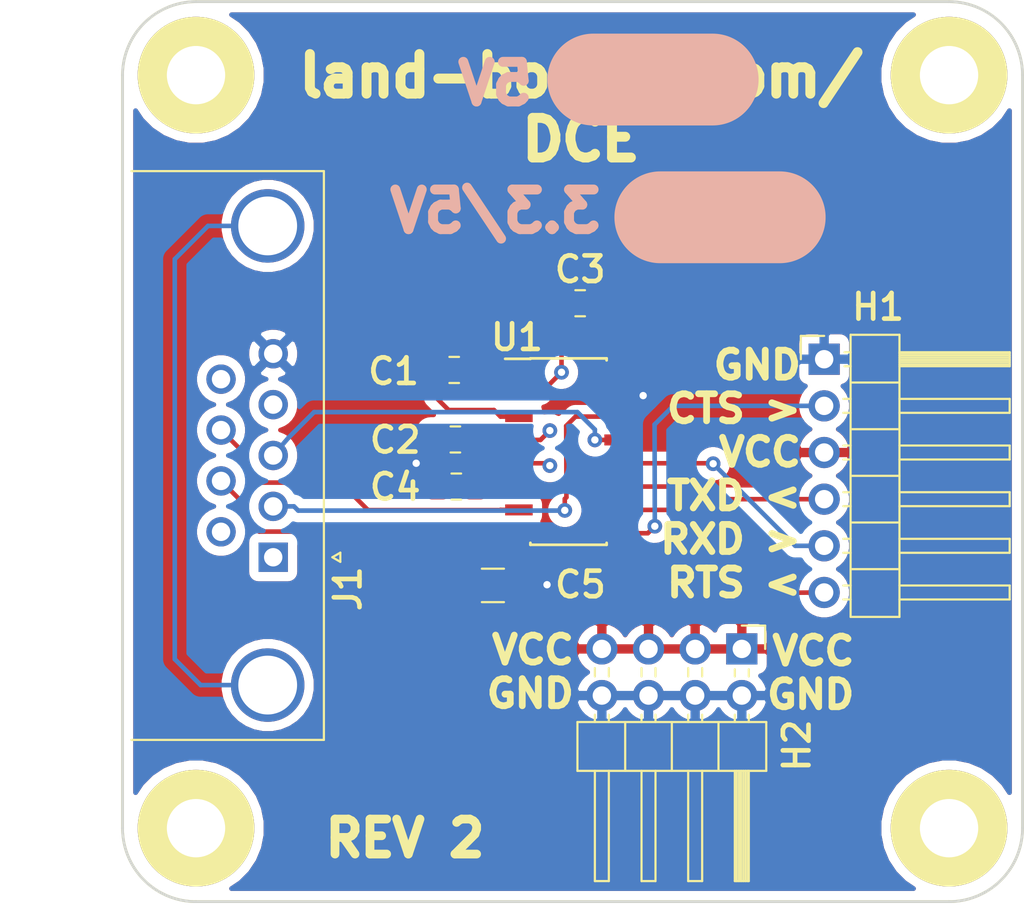
<source format=kicad_pcb>
(kicad_pcb (version 20171130) (host pcbnew "(5.1.5)-3")

  (general
    (thickness 1.6)
    (drawings 16)
    (tracks 94)
    (zones 0)
    (modules 10)
    (nets 18)
  )

  (page A4)
  (layers
    (0 F.Cu signal)
    (31 B.Cu signal)
    (32 B.Adhes user hide)
    (33 F.Adhes user hide)
    (34 B.Paste user hide)
    (35 F.Paste user hide)
    (36 B.SilkS user)
    (37 F.SilkS user)
    (38 B.Mask user)
    (39 F.Mask user)
    (40 Dwgs.User user hide)
    (41 Cmts.User user hide)
    (42 Eco1.User user hide)
    (43 Eco2.User user hide)
    (44 Edge.Cuts user)
    (45 Margin user hide)
    (46 B.CrtYd user)
    (47 F.CrtYd user hide)
    (48 B.Fab user hide)
    (49 F.Fab user hide)
  )

  (setup
    (last_trace_width 0.25)
    (trace_clearance 0.2)
    (zone_clearance 0.508)
    (zone_45_only no)
    (trace_min 0.2)
    (via_size 0.8)
    (via_drill 0.4)
    (via_min_size 0.4)
    (via_min_drill 0.3)
    (uvia_size 0.3)
    (uvia_drill 0.1)
    (uvias_allowed no)
    (uvia_min_size 0.2)
    (uvia_min_drill 0.1)
    (edge_width 0.15)
    (segment_width 0.2)
    (pcb_text_width 0.3)
    (pcb_text_size 1.5 1.5)
    (mod_edge_width 0.15)
    (mod_text_size 1 1)
    (mod_text_width 0.15)
    (pad_size 1.524 1.524)
    (pad_drill 0.762)
    (pad_to_mask_clearance 0.051)
    (solder_mask_min_width 0.25)
    (aux_axis_origin 0 0)
    (visible_elements 7FFFEF7F)
    (pcbplotparams
      (layerselection 0x010fc_ffffffff)
      (usegerberextensions false)
      (usegerberattributes false)
      (usegerberadvancedattributes false)
      (creategerberjobfile false)
      (excludeedgelayer true)
      (linewidth 0.100000)
      (plotframeref false)
      (viasonmask false)
      (mode 1)
      (useauxorigin false)
      (hpglpennumber 1)
      (hpglpenspeed 20)
      (hpglpendiameter 15.000000)
      (psnegative false)
      (psa4output false)
      (plotreference true)
      (plotvalue true)
      (plotinvisibletext false)
      (padsonsilk false)
      (subtractmaskfromsilk false)
      (outputformat 1)
      (mirror false)
      (drillshape 0)
      (scaleselection 1)
      (outputdirectory "plots/"))
  )

  (net 0 "")
  (net 1 "Net-(C1-Pad1)")
  (net 2 "Net-(C1-Pad2)")
  (net 3 "Net-(C2-Pad2)")
  (net 4 "Net-(C2-Pad1)")
  (net 5 GND)
  (net 6 "Net-(C3-Pad2)")
  (net 7 "Net-(C4-Pad2)")
  (net 8 /TXD)
  (net 9 /RXD)
  (net 10 /CTS)
  (net 11 /RTS)
  (net 12 "Net-(J1-Pad0)")
  (net 13 /TTL_CTS)
  (net 14 /TTL_TXD)
  (net 15 /TTL_RXD)
  (net 16 /TTL_RTS)
  (net 17 VCC)

  (net_class Default "This is the default net class."
    (clearance 0.2)
    (trace_width 0.25)
    (via_dia 0.8)
    (via_drill 0.4)
    (uvia_dia 0.3)
    (uvia_drill 0.1)
    (add_net /CTS)
    (add_net /RTS)
    (add_net /RXD)
    (add_net /TTL_CTS)
    (add_net /TTL_RTS)
    (add_net /TTL_RXD)
    (add_net /TTL_TXD)
    (add_net /TXD)
    (add_net GND)
    (add_net "Net-(C1-Pad1)")
    (add_net "Net-(C1-Pad2)")
    (add_net "Net-(C2-Pad1)")
    (add_net "Net-(C2-Pad2)")
    (add_net "Net-(C3-Pad2)")
    (add_net "Net-(C4-Pad2)")
    (add_net "Net-(J1-Pad0)")
    (add_net VCC)
  )

  (module LandBoards_BoardOutlines:BD-49X49 (layer F.Cu) (tedit 524856E1) (tstamp 5EC6ED9B)
    (at 56 78)
    (fp_text reference BD-49X49 (at 0 1) (layer F.SilkS) hide
      (effects (font (size 1 1) (thickness 0.15)))
    )
    (fp_text value VAL** (at 0 0) (layer F.SilkS) hide
      (effects (font (size 1 1) (thickness 0.15)))
    )
    (fp_arc (start 4 -45) (end 0 -45) (angle 90) (layer F.SilkS) (width 0.15))
    (fp_arc (start 45 -45) (end 45 -49) (angle 90) (layer F.SilkS) (width 0.15))
    (fp_arc (start 45 -4) (end 49 -4) (angle 90) (layer F.SilkS) (width 0.15))
    (fp_arc (start 4 -4) (end 4 0) (angle 90) (layer F.SilkS) (width 0.15))
    (fp_line (start 49 -4) (end 49 -45) (layer F.SilkS) (width 0.15))
    (fp_line (start 45 -49) (end 4 -49) (layer F.SilkS) (width 0.15))
    (fp_line (start 0 -45) (end 0 -4) (layer F.SilkS) (width 0.15))
    (fp_line (start 4 0) (end 45 0) (layer F.SilkS) (width 0.15))
    (pad 4 thru_hole circle (at 45 -4) (size 6.35 6.35) (drill 3.175) (layers *.Cu *.Mask F.SilkS))
    (pad 3 thru_hole circle (at 4 -4) (size 6.35 6.35) (drill 3.175) (layers *.Cu *.Mask F.SilkS))
    (pad 2 thru_hole circle (at 45 -45) (size 6.35 6.35) (drill 3.175) (layers *.Cu *.Mask F.SilkS))
    (pad 1 thru_hole circle (at 4 -45) (size 6.35 6.35) (drill 3.175) (layers *.Cu *.Mask F.SilkS))
  )

  (module Capacitor_SMD:C_0805_2012Metric_Pad1.15x1.40mm_HandSolder (layer F.Cu) (tedit 5B36C52B) (tstamp 5E9B0E11)
    (at 74.0579 49.0513 180)
    (descr "Capacitor SMD 0805 (2012 Metric), square (rectangular) end terminal, IPC_7351 nominal with elongated pad for handsoldering. (Body size source: https://docs.google.com/spreadsheets/d/1BsfQQcO9C6DZCsRaXUlFlo91Tg2WpOkGARC1WS5S8t0/edit?usp=sharing), generated with kicad-footprint-generator")
    (tags "capacitor handsolder")
    (path /5D728776)
    (attr smd)
    (fp_text reference C1 (at 3.302 -0.0762) (layer F.SilkS)
      (effects (font (size 1.397 1.397) (thickness 0.254)))
    )
    (fp_text value 0.1uF (at 0 1.65) (layer F.Fab)
      (effects (font (size 1 1) (thickness 0.15)))
    )
    (fp_line (start -1 0.6) (end -1 -0.6) (layer F.Fab) (width 0.1))
    (fp_line (start -1 -0.6) (end 1 -0.6) (layer F.Fab) (width 0.1))
    (fp_line (start 1 -0.6) (end 1 0.6) (layer F.Fab) (width 0.1))
    (fp_line (start 1 0.6) (end -1 0.6) (layer F.Fab) (width 0.1))
    (fp_line (start -0.261252 -0.71) (end 0.261252 -0.71) (layer F.SilkS) (width 0.12))
    (fp_line (start -0.261252 0.71) (end 0.261252 0.71) (layer F.SilkS) (width 0.12))
    (fp_line (start -1.85 0.95) (end -1.85 -0.95) (layer F.CrtYd) (width 0.05))
    (fp_line (start -1.85 -0.95) (end 1.85 -0.95) (layer F.CrtYd) (width 0.05))
    (fp_line (start 1.85 -0.95) (end 1.85 0.95) (layer F.CrtYd) (width 0.05))
    (fp_line (start 1.85 0.95) (end -1.85 0.95) (layer F.CrtYd) (width 0.05))
    (fp_text user %R (at -0.508 1.397) (layer F.Fab)
      (effects (font (size 1.397 1.397) (thickness 0.254)))
    )
    (pad 1 smd roundrect (at -1.025 0 180) (size 1.15 1.4) (layers F.Cu F.Paste F.Mask) (roundrect_rratio 0.217391)
      (net 1 "Net-(C1-Pad1)"))
    (pad 2 smd roundrect (at 1.025 0 180) (size 1.15 1.4) (layers F.Cu F.Paste F.Mask) (roundrect_rratio 0.217391)
      (net 2 "Net-(C1-Pad2)"))
    (model ${KISYS3DMOD}/Capacitor_SMD.3dshapes/C_0805_2012Metric.wrl
      (at (xyz 0 0 0))
      (scale (xyz 1 1 1))
      (rotate (xyz 0 0 0))
    )
  )

  (module Capacitor_SMD:C_0805_2012Metric_Pad1.15x1.40mm_HandSolder (layer F.Cu) (tedit 5B36C52B) (tstamp 5E9B0FA6)
    (at 74.1214 52.8359 180)
    (descr "Capacitor SMD 0805 (2012 Metric), square (rectangular) end terminal, IPC_7351 nominal with elongated pad for handsoldering. (Body size source: https://docs.google.com/spreadsheets/d/1BsfQQcO9C6DZCsRaXUlFlo91Tg2WpOkGARC1WS5S8t0/edit?usp=sharing), generated with kicad-footprint-generator")
    (tags "capacitor handsolder")
    (path /5D728CCE)
    (attr smd)
    (fp_text reference C2 (at 3.2766 -0.0254) (layer F.SilkS)
      (effects (font (size 1.397 1.397) (thickness 0.254)))
    )
    (fp_text value 0.1uF (at 0 1.65) (layer F.Fab)
      (effects (font (size 1 1) (thickness 0.15)))
    )
    (fp_text user %R (at 0 0) (layer F.Fab)
      (effects (font (size 1.397 1.397) (thickness 0.254)))
    )
    (fp_line (start 1.85 0.95) (end -1.85 0.95) (layer F.CrtYd) (width 0.05))
    (fp_line (start 1.85 -0.95) (end 1.85 0.95) (layer F.CrtYd) (width 0.05))
    (fp_line (start -1.85 -0.95) (end 1.85 -0.95) (layer F.CrtYd) (width 0.05))
    (fp_line (start -1.85 0.95) (end -1.85 -0.95) (layer F.CrtYd) (width 0.05))
    (fp_line (start -0.261252 0.71) (end 0.261252 0.71) (layer F.SilkS) (width 0.12))
    (fp_line (start -0.261252 -0.71) (end 0.261252 -0.71) (layer F.SilkS) (width 0.12))
    (fp_line (start 1 0.6) (end -1 0.6) (layer F.Fab) (width 0.1))
    (fp_line (start 1 -0.6) (end 1 0.6) (layer F.Fab) (width 0.1))
    (fp_line (start -1 -0.6) (end 1 -0.6) (layer F.Fab) (width 0.1))
    (fp_line (start -1 0.6) (end -1 -0.6) (layer F.Fab) (width 0.1))
    (pad 2 smd roundrect (at 1.025 0 180) (size 1.15 1.4) (layers F.Cu F.Paste F.Mask) (roundrect_rratio 0.217391)
      (net 3 "Net-(C2-Pad2)"))
    (pad 1 smd roundrect (at -1.025 0 180) (size 1.15 1.4) (layers F.Cu F.Paste F.Mask) (roundrect_rratio 0.217391)
      (net 4 "Net-(C2-Pad1)"))
    (model ${KISYS3DMOD}/Capacitor_SMD.3dshapes/C_0805_2012Metric.wrl
      (at (xyz 0 0 0))
      (scale (xyz 1 1 1))
      (rotate (xyz 0 0 0))
    )
  )

  (module Capacitor_SMD:C_0805_2012Metric_Pad1.15x1.40mm_HandSolder (layer F.Cu) (tedit 5B36C52B) (tstamp 5E9B0F0A)
    (at 80.9159 45.4191 180)
    (descr "Capacitor SMD 0805 (2012 Metric), square (rectangular) end terminal, IPC_7351 nominal with elongated pad for handsoldering. (Body size source: https://docs.google.com/spreadsheets/d/1BsfQQcO9C6DZCsRaXUlFlo91Tg2WpOkGARC1WS5S8t0/edit?usp=sharing), generated with kicad-footprint-generator")
    (tags "capacitor handsolder")
    (path /5D728CF8)
    (attr smd)
    (fp_text reference C3 (at 0 1.8415 180) (layer F.SilkS)
      (effects (font (size 1.397 1.397) (thickness 0.254)))
    )
    (fp_text value 0.1uF (at 0 1.65 180) (layer F.Fab)
      (effects (font (size 1 1) (thickness 0.15)))
    )
    (fp_line (start -1 0.6) (end -1 -0.6) (layer F.Fab) (width 0.1))
    (fp_line (start -1 -0.6) (end 1 -0.6) (layer F.Fab) (width 0.1))
    (fp_line (start 1 -0.6) (end 1 0.6) (layer F.Fab) (width 0.1))
    (fp_line (start 1 0.6) (end -1 0.6) (layer F.Fab) (width 0.1))
    (fp_line (start -0.261252 -0.71) (end 0.261252 -0.71) (layer F.SilkS) (width 0.12))
    (fp_line (start -0.261252 0.71) (end 0.261252 0.71) (layer F.SilkS) (width 0.12))
    (fp_line (start -1.85 0.95) (end -1.85 -0.95) (layer F.CrtYd) (width 0.05))
    (fp_line (start -1.85 -0.95) (end 1.85 -0.95) (layer F.CrtYd) (width 0.05))
    (fp_line (start 1.85 -0.95) (end 1.85 0.95) (layer F.CrtYd) (width 0.05))
    (fp_line (start 1.85 0.95) (end -1.85 0.95) (layer F.CrtYd) (width 0.05))
    (fp_text user %R (at 0 0 180) (layer F.Fab)
      (effects (font (size 1.397 1.397) (thickness 0.254)))
    )
    (pad 1 smd roundrect (at -1.025 0 180) (size 1.15 1.4) (layers F.Cu F.Paste F.Mask) (roundrect_rratio 0.217391)
      (net 17 VCC))
    (pad 2 smd roundrect (at 1.025 0 180) (size 1.15 1.4) (layers F.Cu F.Paste F.Mask) (roundrect_rratio 0.217391)
      (net 6 "Net-(C3-Pad2)"))
    (model ${KISYS3DMOD}/Capacitor_SMD.3dshapes/C_0805_2012Metric.wrl
      (at (xyz 0 0 0))
      (scale (xyz 1 1 1))
      (rotate (xyz 0 0 0))
    )
  )

  (module Capacitor_SMD:C_0805_2012Metric_Pad1.15x1.40mm_HandSolder (layer F.Cu) (tedit 5B36C52B) (tstamp 5E9B0EDA)
    (at 74.1722 55.4013)
    (descr "Capacitor SMD 0805 (2012 Metric), square (rectangular) end terminal, IPC_7351 nominal with elongated pad for handsoldering. (Body size source: https://docs.google.com/spreadsheets/d/1BsfQQcO9C6DZCsRaXUlFlo91Tg2WpOkGARC1WS5S8t0/edit?usp=sharing), generated with kicad-footprint-generator")
    (tags "capacitor handsolder")
    (path /5D728D2A)
    (attr smd)
    (fp_text reference C4 (at -3.3274 0.0254 180) (layer F.SilkS)
      (effects (font (size 1.397 1.397) (thickness 0.254)))
    )
    (fp_text value 0.1uF (at 0 1.65 180) (layer F.Fab)
      (effects (font (size 1 1) (thickness 0.15)))
    )
    (fp_text user %R (at 0 0 180) (layer F.Fab)
      (effects (font (size 1.397 1.397) (thickness 0.254)))
    )
    (fp_line (start 1.85 0.95) (end -1.85 0.95) (layer F.CrtYd) (width 0.05))
    (fp_line (start 1.85 -0.95) (end 1.85 0.95) (layer F.CrtYd) (width 0.05))
    (fp_line (start -1.85 -0.95) (end 1.85 -0.95) (layer F.CrtYd) (width 0.05))
    (fp_line (start -1.85 0.95) (end -1.85 -0.95) (layer F.CrtYd) (width 0.05))
    (fp_line (start -0.261252 0.71) (end 0.261252 0.71) (layer F.SilkS) (width 0.12))
    (fp_line (start -0.261252 -0.71) (end 0.261252 -0.71) (layer F.SilkS) (width 0.12))
    (fp_line (start 1 0.6) (end -1 0.6) (layer F.Fab) (width 0.1))
    (fp_line (start 1 -0.6) (end 1 0.6) (layer F.Fab) (width 0.1))
    (fp_line (start -1 -0.6) (end 1 -0.6) (layer F.Fab) (width 0.1))
    (fp_line (start -1 0.6) (end -1 -0.6) (layer F.Fab) (width 0.1))
    (pad 2 smd roundrect (at 1.025 0) (size 1.15 1.4) (layers F.Cu F.Paste F.Mask) (roundrect_rratio 0.217391)
      (net 7 "Net-(C4-Pad2)"))
    (pad 1 smd roundrect (at -1.025 0) (size 1.15 1.4) (layers F.Cu F.Paste F.Mask) (roundrect_rratio 0.217391)
      (net 5 GND))
    (model ${KISYS3DMOD}/Capacitor_SMD.3dshapes/C_0805_2012Metric.wrl
      (at (xyz 0 0 0))
      (scale (xyz 1 1 1))
      (rotate (xyz 0 0 0))
    )
  )

  (module Connector_Dsub:DSUB-9_Female_Horizontal_P2.77x2.84mm_EdgePinOffset4.94mm_Housed_MountingHolesOffset7.48mm (layer F.Cu) (tedit 5D7597BC) (tstamp 5E9B0E64)
    (at 64.2027 59.2494 270)
    (descr "9-pin D-Sub connector, horizontal/angled (90 deg), THT-mount, female, pitch 2.77x2.84mm, pin-PCB-offset 4.9399999999999995mm, distance of mounting holes 25mm, distance of mounting holes to PCB edge 7.4799999999999995mm, see https://disti-assets.s3.amazonaws.com/tonar/files/datasheets/16730.pdf")
    (tags "9-pin D-Sub connector horizontal angled 90deg THT female pitch 2.77x2.84mm pin-PCB-offset 4.9399999999999995mm mounting-holes-distance 25mm mounting-hole-offset 25mm")
    (path /5D72871A)
    (fp_text reference J1 (at 1.7145 -4.064 270) (layer F.SilkS)
      (effects (font (size 1.397 1.397) (thickness 0.254)))
    )
    (fp_text value DB9_Female_MountingHoles (at -5.54 15.85 270) (layer F.Fab)
      (effects (font (size 1 1) (thickness 0.15)))
    )
    (fp_arc (start -18.04 0.3) (end -19.64 0.3) (angle 180) (layer F.Fab) (width 0.1))
    (fp_arc (start 6.96 0.3) (end 5.36 0.3) (angle 180) (layer F.Fab) (width 0.1))
    (fp_line (start -20.965 -2.7) (end -20.965 7.78) (layer F.Fab) (width 0.1))
    (fp_line (start -20.965 7.78) (end 9.885 7.78) (layer F.Fab) (width 0.1))
    (fp_line (start 9.885 7.78) (end 9.885 -2.7) (layer F.Fab) (width 0.1))
    (fp_line (start 9.885 -2.7) (end -20.965 -2.7) (layer F.Fab) (width 0.1))
    (fp_line (start -20.965 7.78) (end -20.965 8.18) (layer F.Fab) (width 0.1))
    (fp_line (start -20.965 8.18) (end 9.885 8.18) (layer F.Fab) (width 0.1))
    (fp_line (start 9.885 8.18) (end 9.885 7.78) (layer F.Fab) (width 0.1))
    (fp_line (start 9.885 7.78) (end -20.965 7.78) (layer F.Fab) (width 0.1))
    (fp_line (start -13.69 8.18) (end -13.69 14.35) (layer F.Fab) (width 0.1))
    (fp_line (start -13.69 14.35) (end 2.61 14.35) (layer F.Fab) (width 0.1))
    (fp_line (start 2.61 14.35) (end 2.61 8.18) (layer F.Fab) (width 0.1))
    (fp_line (start 2.61 8.18) (end -13.69 8.18) (layer F.Fab) (width 0.1))
    (fp_line (start -20.54 8.18) (end -20.54 13.18) (layer F.Fab) (width 0.1))
    (fp_line (start -20.54 13.18) (end -15.54 13.18) (layer F.Fab) (width 0.1))
    (fp_line (start -15.54 13.18) (end -15.54 8.18) (layer F.Fab) (width 0.1))
    (fp_line (start -15.54 8.18) (end -20.54 8.18) (layer F.Fab) (width 0.1))
    (fp_line (start 4.46 8.18) (end 4.46 13.18) (layer F.Fab) (width 0.1))
    (fp_line (start 4.46 13.18) (end 9.46 13.18) (layer F.Fab) (width 0.1))
    (fp_line (start 9.46 13.18) (end 9.46 8.18) (layer F.Fab) (width 0.1))
    (fp_line (start 9.46 8.18) (end 4.46 8.18) (layer F.Fab) (width 0.1))
    (fp_line (start -19.64 7.78) (end -19.64 0.3) (layer F.Fab) (width 0.1))
    (fp_line (start -16.44 7.78) (end -16.44 0.3) (layer F.Fab) (width 0.1))
    (fp_line (start 5.36 7.78) (end 5.36 0.3) (layer F.Fab) (width 0.1))
    (fp_line (start 8.56 7.78) (end 8.56 0.3) (layer F.Fab) (width 0.1))
    (fp_line (start -21.025 7.72) (end -21.025 -2.76) (layer F.SilkS) (width 0.12))
    (fp_line (start -21.025 -2.76) (end 9.945 -2.76) (layer F.SilkS) (width 0.12))
    (fp_line (start 9.945 -2.76) (end 9.945 7.72) (layer F.SilkS) (width 0.12))
    (fp_line (start -0.25 -3.654338) (end 0.25 -3.654338) (layer F.SilkS) (width 0.12))
    (fp_line (start 0.25 -3.654338) (end 0 -3.221325) (layer F.SilkS) (width 0.12))
    (fp_line (start 0 -3.221325) (end -0.25 -3.654338) (layer F.SilkS) (width 0.12))
    (fp_line (start -21.5 -3.25) (end -21.5 14.85) (layer F.CrtYd) (width 0.05))
    (fp_line (start -21.5 14.85) (end 10.4 14.85) (layer F.CrtYd) (width 0.05))
    (fp_line (start 10.4 14.85) (end 10.4 -3.25) (layer F.CrtYd) (width 0.05))
    (fp_line (start 10.4 -3.25) (end -21.5 -3.25) (layer F.CrtYd) (width 0.05))
    (fp_text user %R (at -5.54 11.265 270) (layer F.Fab)
      (effects (font (size 1.397 1.397) (thickness 0.254)))
    )
    (pad 1 thru_hole rect (at 0 0 270) (size 1.6 1.6) (drill 1) (layers *.Cu *.Mask))
    (pad 2 thru_hole circle (at -2.77 0 270) (size 1.6 1.6) (drill 1) (layers *.Cu *.Mask)
      (net 8 /TXD))
    (pad 3 thru_hole circle (at -5.54 0 270) (size 1.6 1.6) (drill 1) (layers *.Cu *.Mask)
      (net 9 /RXD))
    (pad 4 thru_hole circle (at -8.31 0 270) (size 1.6 1.6) (drill 1) (layers *.Cu *.Mask))
    (pad 5 thru_hole circle (at -11.08 0 270) (size 1.6 1.6) (drill 1) (layers *.Cu *.Mask)
      (net 5 GND))
    (pad 6 thru_hole circle (at -1.385 2.84 270) (size 1.6 1.6) (drill 1) (layers *.Cu *.Mask))
    (pad 7 thru_hole circle (at -4.155 2.84 270) (size 1.6 1.6) (drill 1) (layers *.Cu *.Mask)
      (net 10 /CTS))
    (pad 8 thru_hole circle (at -6.925 2.84 270) (size 1.6 1.6) (drill 1) (layers *.Cu *.Mask)
      (net 11 /RTS))
    (pad 9 thru_hole circle (at -9.695 2.84 270) (size 1.6 1.6) (drill 1) (layers *.Cu *.Mask))
    (pad 0 thru_hole circle (at -18.04 0.3 270) (size 4 4) (drill 3.2) (layers *.Cu *.Mask)
      (net 12 "Net-(J1-Pad0)"))
    (pad 0 thru_hole circle (at 6.96 0.3 270) (size 4 4) (drill 3.2) (layers *.Cu *.Mask)
      (net 12 "Net-(J1-Pad0)"))
    (model ${KISYS3DMOD}/Connector_Dsub.3dshapes/DSUB-9_Female_Horizontal_P2.77x2.84mm_EdgePinOffset4.94mm_Housed_MountingHolesOffset7.48mm.wrl
      (at (xyz 0 0 0))
      (scale (xyz 1 1 1))
      (rotate (xyz 0 0 0))
    )
  )

  (module Package_SO:SOIC-16_3.9x9.9mm_P1.27mm (layer F.Cu) (tedit 5A02F2D3) (tstamp 5E9B0F4E)
    (at 80.2809 53.4963)
    (descr "16-Lead Plastic Small Outline (SL) - Narrow, 3.90 mm Body [SOIC] (see Microchip Packaging Specification 00000049BS.pdf)")
    (tags "SOIC 1.27")
    (path /5D7285AB)
    (attr smd)
    (fp_text reference U1 (at -2.8067 -6.223) (layer F.SilkS)
      (effects (font (size 1.397 1.397) (thickness 0.254)))
    )
    (fp_text value SP3232EEN-L (at 0 6) (layer F.Fab)
      (effects (font (size 1 1) (thickness 0.15)))
    )
    (fp_text user %R (at 0 0) (layer F.Fab)
      (effects (font (size 1.397 1.397) (thickness 0.254)))
    )
    (fp_line (start -0.95 -4.95) (end 1.95 -4.95) (layer F.Fab) (width 0.15))
    (fp_line (start 1.95 -4.95) (end 1.95 4.95) (layer F.Fab) (width 0.15))
    (fp_line (start 1.95 4.95) (end -1.95 4.95) (layer F.Fab) (width 0.15))
    (fp_line (start -1.95 4.95) (end -1.95 -3.95) (layer F.Fab) (width 0.15))
    (fp_line (start -1.95 -3.95) (end -0.95 -4.95) (layer F.Fab) (width 0.15))
    (fp_line (start -3.7 -5.25) (end -3.7 5.25) (layer F.CrtYd) (width 0.05))
    (fp_line (start 3.7 -5.25) (end 3.7 5.25) (layer F.CrtYd) (width 0.05))
    (fp_line (start -3.7 -5.25) (end 3.7 -5.25) (layer F.CrtYd) (width 0.05))
    (fp_line (start -3.7 5.25) (end 3.7 5.25) (layer F.CrtYd) (width 0.05))
    (fp_line (start -2.075 -5.075) (end -2.075 -5.05) (layer F.SilkS) (width 0.15))
    (fp_line (start 2.075 -5.075) (end 2.075 -4.97) (layer F.SilkS) (width 0.15))
    (fp_line (start 2.075 5.075) (end 2.075 4.97) (layer F.SilkS) (width 0.15))
    (fp_line (start -2.075 5.075) (end -2.075 4.97) (layer F.SilkS) (width 0.15))
    (fp_line (start -2.075 -5.075) (end 2.075 -5.075) (layer F.SilkS) (width 0.15))
    (fp_line (start -2.075 5.075) (end 2.075 5.075) (layer F.SilkS) (width 0.15))
    (fp_line (start -2.075 -5.05) (end -3.45 -5.05) (layer F.SilkS) (width 0.15))
    (pad 1 smd rect (at -2.7 -4.445) (size 1.5 0.6) (layers F.Cu F.Paste F.Mask)
      (net 1 "Net-(C1-Pad1)"))
    (pad 2 smd rect (at -2.7 -3.175) (size 1.5 0.6) (layers F.Cu F.Paste F.Mask)
      (net 6 "Net-(C3-Pad2)"))
    (pad 3 smd rect (at -2.7 -1.905) (size 1.5 0.6) (layers F.Cu F.Paste F.Mask)
      (net 2 "Net-(C1-Pad2)"))
    (pad 4 smd rect (at -2.7 -0.635) (size 1.5 0.6) (layers F.Cu F.Paste F.Mask)
      (net 4 "Net-(C2-Pad1)"))
    (pad 5 smd rect (at -2.7 0.635) (size 1.5 0.6) (layers F.Cu F.Paste F.Mask)
      (net 3 "Net-(C2-Pad2)"))
    (pad 6 smd rect (at -2.7 1.905) (size 1.5 0.6) (layers F.Cu F.Paste F.Mask)
      (net 7 "Net-(C4-Pad2)"))
    (pad 7 smd rect (at -2.7 3.175) (size 1.5 0.6) (layers F.Cu F.Paste F.Mask)
      (net 11 /RTS))
    (pad 8 smd rect (at -2.7 4.445) (size 1.5 0.6) (layers F.Cu F.Paste F.Mask)
      (net 10 /CTS))
    (pad 9 smd rect (at 2.7 4.445) (size 1.5 0.6) (layers F.Cu F.Paste F.Mask)
      (net 13 /TTL_CTS))
    (pad 10 smd rect (at 2.7 3.175) (size 1.5 0.6) (layers F.Cu F.Paste F.Mask)
      (net 16 /TTL_RTS))
    (pad 11 smd rect (at 2.7 1.905) (size 1.5 0.6) (layers F.Cu F.Paste F.Mask)
      (net 14 /TTL_TXD))
    (pad 12 smd rect (at 2.7 0.635) (size 1.5 0.6) (layers F.Cu F.Paste F.Mask)
      (net 15 /TTL_RXD))
    (pad 13 smd rect (at 2.7 -0.635) (size 1.5 0.6) (layers F.Cu F.Paste F.Mask)
      (net 9 /RXD))
    (pad 14 smd rect (at 2.7 -1.905) (size 1.5 0.6) (layers F.Cu F.Paste F.Mask)
      (net 8 /TXD))
    (pad 15 smd rect (at 2.7 -3.175) (size 1.5 0.6) (layers F.Cu F.Paste F.Mask)
      (net 5 GND))
    (pad 16 smd rect (at 2.7 -4.445) (size 1.5 0.6) (layers F.Cu F.Paste F.Mask)
      (net 17 VCC))
    (model ${KISYS3DMOD}/Package_SO.3dshapes/SOIC-16_3.9x9.9mm_P1.27mm.wrl
      (at (xyz 0 0 0))
      (scale (xyz 1 1 1))
      (rotate (xyz 0 0 0))
    )
  )

  (module Connector_PinHeader_2.54mm:PinHeader_1x06_P2.54mm_Horizontal (layer F.Cu) (tedit 59FED5CB) (tstamp 5E9B0752)
    (at 94.2001 48.4671)
    (descr "Through hole angled pin header, 1x06, 2.54mm pitch, 6mm pin length, single row")
    (tags "Through hole angled pin header THT 1x06 2.54mm single row")
    (path /5E9B60C1)
    (fp_text reference H1 (at 2.9337 -2.8448) (layer F.SilkS)
      (effects (font (size 1.397 1.397) (thickness 0.254)))
    )
    (fp_text value FTDI (at 4.385 14.97) (layer F.Fab)
      (effects (font (size 1 1) (thickness 0.15)))
    )
    (fp_line (start 2.135 -1.27) (end 4.04 -1.27) (layer F.Fab) (width 0.1))
    (fp_line (start 4.04 -1.27) (end 4.04 13.97) (layer F.Fab) (width 0.1))
    (fp_line (start 4.04 13.97) (end 1.5 13.97) (layer F.Fab) (width 0.1))
    (fp_line (start 1.5 13.97) (end 1.5 -0.635) (layer F.Fab) (width 0.1))
    (fp_line (start 1.5 -0.635) (end 2.135 -1.27) (layer F.Fab) (width 0.1))
    (fp_line (start -0.32 -0.32) (end 1.5 -0.32) (layer F.Fab) (width 0.1))
    (fp_line (start -0.32 -0.32) (end -0.32 0.32) (layer F.Fab) (width 0.1))
    (fp_line (start -0.32 0.32) (end 1.5 0.32) (layer F.Fab) (width 0.1))
    (fp_line (start 4.04 -0.32) (end 10.04 -0.32) (layer F.Fab) (width 0.1))
    (fp_line (start 10.04 -0.32) (end 10.04 0.32) (layer F.Fab) (width 0.1))
    (fp_line (start 4.04 0.32) (end 10.04 0.32) (layer F.Fab) (width 0.1))
    (fp_line (start -0.32 2.22) (end 1.5 2.22) (layer F.Fab) (width 0.1))
    (fp_line (start -0.32 2.22) (end -0.32 2.86) (layer F.Fab) (width 0.1))
    (fp_line (start -0.32 2.86) (end 1.5 2.86) (layer F.Fab) (width 0.1))
    (fp_line (start 4.04 2.22) (end 10.04 2.22) (layer F.Fab) (width 0.1))
    (fp_line (start 10.04 2.22) (end 10.04 2.86) (layer F.Fab) (width 0.1))
    (fp_line (start 4.04 2.86) (end 10.04 2.86) (layer F.Fab) (width 0.1))
    (fp_line (start -0.32 4.76) (end 1.5 4.76) (layer F.Fab) (width 0.1))
    (fp_line (start -0.32 4.76) (end -0.32 5.4) (layer F.Fab) (width 0.1))
    (fp_line (start -0.32 5.4) (end 1.5 5.4) (layer F.Fab) (width 0.1))
    (fp_line (start 4.04 4.76) (end 10.04 4.76) (layer F.Fab) (width 0.1))
    (fp_line (start 10.04 4.76) (end 10.04 5.4) (layer F.Fab) (width 0.1))
    (fp_line (start 4.04 5.4) (end 10.04 5.4) (layer F.Fab) (width 0.1))
    (fp_line (start -0.32 7.3) (end 1.5 7.3) (layer F.Fab) (width 0.1))
    (fp_line (start -0.32 7.3) (end -0.32 7.94) (layer F.Fab) (width 0.1))
    (fp_line (start -0.32 7.94) (end 1.5 7.94) (layer F.Fab) (width 0.1))
    (fp_line (start 4.04 7.3) (end 10.04 7.3) (layer F.Fab) (width 0.1))
    (fp_line (start 10.04 7.3) (end 10.04 7.94) (layer F.Fab) (width 0.1))
    (fp_line (start 4.04 7.94) (end 10.04 7.94) (layer F.Fab) (width 0.1))
    (fp_line (start -0.32 9.84) (end 1.5 9.84) (layer F.Fab) (width 0.1))
    (fp_line (start -0.32 9.84) (end -0.32 10.48) (layer F.Fab) (width 0.1))
    (fp_line (start -0.32 10.48) (end 1.5 10.48) (layer F.Fab) (width 0.1))
    (fp_line (start 4.04 9.84) (end 10.04 9.84) (layer F.Fab) (width 0.1))
    (fp_line (start 10.04 9.84) (end 10.04 10.48) (layer F.Fab) (width 0.1))
    (fp_line (start 4.04 10.48) (end 10.04 10.48) (layer F.Fab) (width 0.1))
    (fp_line (start -0.32 12.38) (end 1.5 12.38) (layer F.Fab) (width 0.1))
    (fp_line (start -0.32 12.38) (end -0.32 13.02) (layer F.Fab) (width 0.1))
    (fp_line (start -0.32 13.02) (end 1.5 13.02) (layer F.Fab) (width 0.1))
    (fp_line (start 4.04 12.38) (end 10.04 12.38) (layer F.Fab) (width 0.1))
    (fp_line (start 10.04 12.38) (end 10.04 13.02) (layer F.Fab) (width 0.1))
    (fp_line (start 4.04 13.02) (end 10.04 13.02) (layer F.Fab) (width 0.1))
    (fp_line (start 1.44 -1.33) (end 1.44 14.03) (layer F.SilkS) (width 0.12))
    (fp_line (start 1.44 14.03) (end 4.1 14.03) (layer F.SilkS) (width 0.12))
    (fp_line (start 4.1 14.03) (end 4.1 -1.33) (layer F.SilkS) (width 0.12))
    (fp_line (start 4.1 -1.33) (end 1.44 -1.33) (layer F.SilkS) (width 0.12))
    (fp_line (start 4.1 -0.38) (end 10.1 -0.38) (layer F.SilkS) (width 0.12))
    (fp_line (start 10.1 -0.38) (end 10.1 0.38) (layer F.SilkS) (width 0.12))
    (fp_line (start 10.1 0.38) (end 4.1 0.38) (layer F.SilkS) (width 0.12))
    (fp_line (start 4.1 -0.32) (end 10.1 -0.32) (layer F.SilkS) (width 0.12))
    (fp_line (start 4.1 -0.2) (end 10.1 -0.2) (layer F.SilkS) (width 0.12))
    (fp_line (start 4.1 -0.08) (end 10.1 -0.08) (layer F.SilkS) (width 0.12))
    (fp_line (start 4.1 0.04) (end 10.1 0.04) (layer F.SilkS) (width 0.12))
    (fp_line (start 4.1 0.16) (end 10.1 0.16) (layer F.SilkS) (width 0.12))
    (fp_line (start 4.1 0.28) (end 10.1 0.28) (layer F.SilkS) (width 0.12))
    (fp_line (start 1.11 -0.38) (end 1.44 -0.38) (layer F.SilkS) (width 0.12))
    (fp_line (start 1.11 0.38) (end 1.44 0.38) (layer F.SilkS) (width 0.12))
    (fp_line (start 1.44 1.27) (end 4.1 1.27) (layer F.SilkS) (width 0.12))
    (fp_line (start 4.1 2.16) (end 10.1 2.16) (layer F.SilkS) (width 0.12))
    (fp_line (start 10.1 2.16) (end 10.1 2.92) (layer F.SilkS) (width 0.12))
    (fp_line (start 10.1 2.92) (end 4.1 2.92) (layer F.SilkS) (width 0.12))
    (fp_line (start 1.042929 2.16) (end 1.44 2.16) (layer F.SilkS) (width 0.12))
    (fp_line (start 1.042929 2.92) (end 1.44 2.92) (layer F.SilkS) (width 0.12))
    (fp_line (start 1.44 3.81) (end 4.1 3.81) (layer F.SilkS) (width 0.12))
    (fp_line (start 4.1 4.7) (end 10.1 4.7) (layer F.SilkS) (width 0.12))
    (fp_line (start 10.1 4.7) (end 10.1 5.46) (layer F.SilkS) (width 0.12))
    (fp_line (start 10.1 5.46) (end 4.1 5.46) (layer F.SilkS) (width 0.12))
    (fp_line (start 1.042929 4.7) (end 1.44 4.7) (layer F.SilkS) (width 0.12))
    (fp_line (start 1.042929 5.46) (end 1.44 5.46) (layer F.SilkS) (width 0.12))
    (fp_line (start 1.44 6.35) (end 4.1 6.35) (layer F.SilkS) (width 0.12))
    (fp_line (start 4.1 7.24) (end 10.1 7.24) (layer F.SilkS) (width 0.12))
    (fp_line (start 10.1 7.24) (end 10.1 8) (layer F.SilkS) (width 0.12))
    (fp_line (start 10.1 8) (end 4.1 8) (layer F.SilkS) (width 0.12))
    (fp_line (start 1.042929 7.24) (end 1.44 7.24) (layer F.SilkS) (width 0.12))
    (fp_line (start 1.042929 8) (end 1.44 8) (layer F.SilkS) (width 0.12))
    (fp_line (start 1.44 8.89) (end 4.1 8.89) (layer F.SilkS) (width 0.12))
    (fp_line (start 4.1 9.78) (end 10.1 9.78) (layer F.SilkS) (width 0.12))
    (fp_line (start 10.1 9.78) (end 10.1 10.54) (layer F.SilkS) (width 0.12))
    (fp_line (start 10.1 10.54) (end 4.1 10.54) (layer F.SilkS) (width 0.12))
    (fp_line (start 1.042929 9.78) (end 1.44 9.78) (layer F.SilkS) (width 0.12))
    (fp_line (start 1.042929 10.54) (end 1.44 10.54) (layer F.SilkS) (width 0.12))
    (fp_line (start 1.44 11.43) (end 4.1 11.43) (layer F.SilkS) (width 0.12))
    (fp_line (start 4.1 12.32) (end 10.1 12.32) (layer F.SilkS) (width 0.12))
    (fp_line (start 10.1 12.32) (end 10.1 13.08) (layer F.SilkS) (width 0.12))
    (fp_line (start 10.1 13.08) (end 4.1 13.08) (layer F.SilkS) (width 0.12))
    (fp_line (start 1.042929 12.32) (end 1.44 12.32) (layer F.SilkS) (width 0.12))
    (fp_line (start 1.042929 13.08) (end 1.44 13.08) (layer F.SilkS) (width 0.12))
    (fp_line (start -1.27 0) (end -1.27 -1.27) (layer F.SilkS) (width 0.12))
    (fp_line (start -1.27 -1.27) (end 0 -1.27) (layer F.SilkS) (width 0.12))
    (fp_line (start -1.8 -1.8) (end -1.8 14.5) (layer F.CrtYd) (width 0.05))
    (fp_line (start -1.8 14.5) (end 10.55 14.5) (layer F.CrtYd) (width 0.05))
    (fp_line (start 10.55 14.5) (end 10.55 -1.8) (layer F.CrtYd) (width 0.05))
    (fp_line (start 10.55 -1.8) (end -1.8 -1.8) (layer F.CrtYd) (width 0.05))
    (fp_text user %R (at 2.77 6.35 90) (layer F.Fab)
      (effects (font (size 1.397 1.397) (thickness 0.254)))
    )
    (pad 1 thru_hole rect (at 0 0) (size 1.7 1.7) (drill 1) (layers *.Cu *.Mask)
      (net 5 GND))
    (pad 2 thru_hole oval (at 0 2.54) (size 1.7 1.7) (drill 1) (layers *.Cu *.Mask)
      (net 13 /TTL_CTS))
    (pad 3 thru_hole oval (at 0 5.08) (size 1.7 1.7) (drill 1) (layers *.Cu *.Mask)
      (net 17 VCC))
    (pad 4 thru_hole oval (at 0 7.62) (size 1.7 1.7) (drill 1) (layers *.Cu *.Mask)
      (net 14 /TTL_TXD))
    (pad 5 thru_hole oval (at 0 10.16) (size 1.7 1.7) (drill 1) (layers *.Cu *.Mask)
      (net 15 /TTL_RXD))
    (pad 6 thru_hole oval (at 0 12.7) (size 1.7 1.7) (drill 1) (layers *.Cu *.Mask)
      (net 16 /TTL_RTS))
    (model ${KISYS3DMOD}/Connector_PinHeader_2.54mm.3dshapes/PinHeader_1x06_P2.54mm_Horizontal.wrl
      (at (xyz 0 0 0))
      (scale (xyz 1 1 1))
      (rotate (xyz 0 0 0))
    )
  )

  (module Capacitor_SMD:C_1206_3216Metric_Pad1.42x1.75mm_HandSolder (layer F.Cu) (tedit 5B301BBE) (tstamp 5E9B1B37)
    (at 76.1648 60.7828)
    (descr "Capacitor SMD 1206 (3216 Metric), square (rectangular) end terminal, IPC_7351 nominal with elongated pad for handsoldering. (Body size source: http://www.tortai-tech.com/upload/download/2011102023233369053.pdf), generated with kicad-footprint-generator")
    (tags "capacitor handsolder")
    (path /5E9B3094)
    (attr smd)
    (fp_text reference C5 (at 4.7652 -0.0428) (layer F.SilkS)
      (effects (font (size 1.397 1.397) (thickness 0.254)))
    )
    (fp_text value 10uF (at 0 1.82) (layer F.Fab)
      (effects (font (size 1 1) (thickness 0.15)))
    )
    (fp_line (start -1.6 0.8) (end -1.6 -0.8) (layer F.Fab) (width 0.1))
    (fp_line (start -1.6 -0.8) (end 1.6 -0.8) (layer F.Fab) (width 0.1))
    (fp_line (start 1.6 -0.8) (end 1.6 0.8) (layer F.Fab) (width 0.1))
    (fp_line (start 1.6 0.8) (end -1.6 0.8) (layer F.Fab) (width 0.1))
    (fp_line (start -0.602064 -0.91) (end 0.602064 -0.91) (layer F.SilkS) (width 0.12))
    (fp_line (start -0.602064 0.91) (end 0.602064 0.91) (layer F.SilkS) (width 0.12))
    (fp_line (start -2.45 1.12) (end -2.45 -1.12) (layer F.CrtYd) (width 0.05))
    (fp_line (start -2.45 -1.12) (end 2.45 -1.12) (layer F.CrtYd) (width 0.05))
    (fp_line (start 2.45 -1.12) (end 2.45 1.12) (layer F.CrtYd) (width 0.05))
    (fp_line (start 2.45 1.12) (end -2.45 1.12) (layer F.CrtYd) (width 0.05))
    (fp_text user %R (at 0 0) (layer F.Fab)
      (effects (font (size 1.397 1.397) (thickness 0.254)))
    )
    (pad 1 smd roundrect (at -1.4875 0) (size 1.425 1.75) (layers F.Cu F.Paste F.Mask) (roundrect_rratio 0.175439)
      (net 17 VCC))
    (pad 2 smd roundrect (at 1.4875 0) (size 1.425 1.75) (layers F.Cu F.Paste F.Mask) (roundrect_rratio 0.175439)
      (net 5 GND))
    (model ${KISYS3DMOD}/Capacitor_SMD.3dshapes/C_1206_3216Metric.wrl
      (at (xyz 0 0 0))
      (scale (xyz 1 1 1))
      (rotate (xyz 0 0 0))
    )
  )

  (module Connector_PinHeader_2.54mm:PinHeader_2x04_P2.54mm_Horizontal (layer F.Cu) (tedit 59FED5CB) (tstamp 5E9B1D54)
    (at 89.717 64.2405 270)
    (descr "Through hole angled pin header, 2x04, 2.54mm pitch, 6mm pin length, double rows")
    (tags "Through hole angled pin header THT 2x04 2.54mm double row")
    (path /5E9BB2AC)
    (fp_text reference H2 (at 5.2578 -2.9972 90) (layer F.SilkS)
      (effects (font (size 1.397 1.397) (thickness 0.254)))
    )
    (fp_text value "HDR, 2x4" (at 5.655 9.89 90) (layer F.Fab)
      (effects (font (size 1 1) (thickness 0.15)))
    )
    (fp_line (start 4.675 -1.27) (end 6.58 -1.27) (layer F.Fab) (width 0.1))
    (fp_line (start 6.58 -1.27) (end 6.58 8.89) (layer F.Fab) (width 0.1))
    (fp_line (start 6.58 8.89) (end 4.04 8.89) (layer F.Fab) (width 0.1))
    (fp_line (start 4.04 8.89) (end 4.04 -0.635) (layer F.Fab) (width 0.1))
    (fp_line (start 4.04 -0.635) (end 4.675 -1.27) (layer F.Fab) (width 0.1))
    (fp_line (start -0.32 -0.32) (end 4.04 -0.32) (layer F.Fab) (width 0.1))
    (fp_line (start -0.32 -0.32) (end -0.32 0.32) (layer F.Fab) (width 0.1))
    (fp_line (start -0.32 0.32) (end 4.04 0.32) (layer F.Fab) (width 0.1))
    (fp_line (start 6.58 -0.32) (end 12.58 -0.32) (layer F.Fab) (width 0.1))
    (fp_line (start 12.58 -0.32) (end 12.58 0.32) (layer F.Fab) (width 0.1))
    (fp_line (start 6.58 0.32) (end 12.58 0.32) (layer F.Fab) (width 0.1))
    (fp_line (start -0.32 2.22) (end 4.04 2.22) (layer F.Fab) (width 0.1))
    (fp_line (start -0.32 2.22) (end -0.32 2.86) (layer F.Fab) (width 0.1))
    (fp_line (start -0.32 2.86) (end 4.04 2.86) (layer F.Fab) (width 0.1))
    (fp_line (start 6.58 2.22) (end 12.58 2.22) (layer F.Fab) (width 0.1))
    (fp_line (start 12.58 2.22) (end 12.58 2.86) (layer F.Fab) (width 0.1))
    (fp_line (start 6.58 2.86) (end 12.58 2.86) (layer F.Fab) (width 0.1))
    (fp_line (start -0.32 4.76) (end 4.04 4.76) (layer F.Fab) (width 0.1))
    (fp_line (start -0.32 4.76) (end -0.32 5.4) (layer F.Fab) (width 0.1))
    (fp_line (start -0.32 5.4) (end 4.04 5.4) (layer F.Fab) (width 0.1))
    (fp_line (start 6.58 4.76) (end 12.58 4.76) (layer F.Fab) (width 0.1))
    (fp_line (start 12.58 4.76) (end 12.58 5.4) (layer F.Fab) (width 0.1))
    (fp_line (start 6.58 5.4) (end 12.58 5.4) (layer F.Fab) (width 0.1))
    (fp_line (start -0.32 7.3) (end 4.04 7.3) (layer F.Fab) (width 0.1))
    (fp_line (start -0.32 7.3) (end -0.32 7.94) (layer F.Fab) (width 0.1))
    (fp_line (start -0.32 7.94) (end 4.04 7.94) (layer F.Fab) (width 0.1))
    (fp_line (start 6.58 7.3) (end 12.58 7.3) (layer F.Fab) (width 0.1))
    (fp_line (start 12.58 7.3) (end 12.58 7.94) (layer F.Fab) (width 0.1))
    (fp_line (start 6.58 7.94) (end 12.58 7.94) (layer F.Fab) (width 0.1))
    (fp_line (start 3.98 -1.33) (end 3.98 8.95) (layer F.SilkS) (width 0.12))
    (fp_line (start 3.98 8.95) (end 6.64 8.95) (layer F.SilkS) (width 0.12))
    (fp_line (start 6.64 8.95) (end 6.64 -1.33) (layer F.SilkS) (width 0.12))
    (fp_line (start 6.64 -1.33) (end 3.98 -1.33) (layer F.SilkS) (width 0.12))
    (fp_line (start 6.64 -0.38) (end 12.64 -0.38) (layer F.SilkS) (width 0.12))
    (fp_line (start 12.64 -0.38) (end 12.64 0.38) (layer F.SilkS) (width 0.12))
    (fp_line (start 12.64 0.38) (end 6.64 0.38) (layer F.SilkS) (width 0.12))
    (fp_line (start 6.64 -0.32) (end 12.64 -0.32) (layer F.SilkS) (width 0.12))
    (fp_line (start 6.64 -0.2) (end 12.64 -0.2) (layer F.SilkS) (width 0.12))
    (fp_line (start 6.64 -0.08) (end 12.64 -0.08) (layer F.SilkS) (width 0.12))
    (fp_line (start 6.64 0.04) (end 12.64 0.04) (layer F.SilkS) (width 0.12))
    (fp_line (start 6.64 0.16) (end 12.64 0.16) (layer F.SilkS) (width 0.12))
    (fp_line (start 6.64 0.28) (end 12.64 0.28) (layer F.SilkS) (width 0.12))
    (fp_line (start 3.582929 -0.38) (end 3.98 -0.38) (layer F.SilkS) (width 0.12))
    (fp_line (start 3.582929 0.38) (end 3.98 0.38) (layer F.SilkS) (width 0.12))
    (fp_line (start 1.11 -0.38) (end 1.497071 -0.38) (layer F.SilkS) (width 0.12))
    (fp_line (start 1.11 0.38) (end 1.497071 0.38) (layer F.SilkS) (width 0.12))
    (fp_line (start 3.98 1.27) (end 6.64 1.27) (layer F.SilkS) (width 0.12))
    (fp_line (start 6.64 2.16) (end 12.64 2.16) (layer F.SilkS) (width 0.12))
    (fp_line (start 12.64 2.16) (end 12.64 2.92) (layer F.SilkS) (width 0.12))
    (fp_line (start 12.64 2.92) (end 6.64 2.92) (layer F.SilkS) (width 0.12))
    (fp_line (start 3.582929 2.16) (end 3.98 2.16) (layer F.SilkS) (width 0.12))
    (fp_line (start 3.582929 2.92) (end 3.98 2.92) (layer F.SilkS) (width 0.12))
    (fp_line (start 1.042929 2.16) (end 1.497071 2.16) (layer F.SilkS) (width 0.12))
    (fp_line (start 1.042929 2.92) (end 1.497071 2.92) (layer F.SilkS) (width 0.12))
    (fp_line (start 3.98 3.81) (end 6.64 3.81) (layer F.SilkS) (width 0.12))
    (fp_line (start 6.64 4.7) (end 12.64 4.7) (layer F.SilkS) (width 0.12))
    (fp_line (start 12.64 4.7) (end 12.64 5.46) (layer F.SilkS) (width 0.12))
    (fp_line (start 12.64 5.46) (end 6.64 5.46) (layer F.SilkS) (width 0.12))
    (fp_line (start 3.582929 4.7) (end 3.98 4.7) (layer F.SilkS) (width 0.12))
    (fp_line (start 3.582929 5.46) (end 3.98 5.46) (layer F.SilkS) (width 0.12))
    (fp_line (start 1.042929 4.7) (end 1.497071 4.7) (layer F.SilkS) (width 0.12))
    (fp_line (start 1.042929 5.46) (end 1.497071 5.46) (layer F.SilkS) (width 0.12))
    (fp_line (start 3.98 6.35) (end 6.64 6.35) (layer F.SilkS) (width 0.12))
    (fp_line (start 6.64 7.24) (end 12.64 7.24) (layer F.SilkS) (width 0.12))
    (fp_line (start 12.64 7.24) (end 12.64 8) (layer F.SilkS) (width 0.12))
    (fp_line (start 12.64 8) (end 6.64 8) (layer F.SilkS) (width 0.12))
    (fp_line (start 3.582929 7.24) (end 3.98 7.24) (layer F.SilkS) (width 0.12))
    (fp_line (start 3.582929 8) (end 3.98 8) (layer F.SilkS) (width 0.12))
    (fp_line (start 1.042929 7.24) (end 1.497071 7.24) (layer F.SilkS) (width 0.12))
    (fp_line (start 1.042929 8) (end 1.497071 8) (layer F.SilkS) (width 0.12))
    (fp_line (start -1.27 0) (end -1.27 -1.27) (layer F.SilkS) (width 0.12))
    (fp_line (start -1.27 -1.27) (end 0 -1.27) (layer F.SilkS) (width 0.12))
    (fp_line (start -1.8 -1.8) (end -1.8 9.4) (layer F.CrtYd) (width 0.05))
    (fp_line (start -1.8 9.4) (end 13.1 9.4) (layer F.CrtYd) (width 0.05))
    (fp_line (start 13.1 9.4) (end 13.1 -1.8) (layer F.CrtYd) (width 0.05))
    (fp_line (start 13.1 -1.8) (end -1.8 -1.8) (layer F.CrtYd) (width 0.05))
    (fp_text user %R (at 5.31 3.81) (layer F.Fab)
      (effects (font (size 1.397 1.397) (thickness 0.254)))
    )
    (pad 1 thru_hole rect (at 0 0 270) (size 1.7 1.7) (drill 1) (layers *.Cu *.Mask)
      (net 17 VCC))
    (pad 2 thru_hole oval (at 2.54 0 270) (size 1.7 1.7) (drill 1) (layers *.Cu *.Mask)
      (net 5 GND))
    (pad 3 thru_hole oval (at 0 2.54 270) (size 1.7 1.7) (drill 1) (layers *.Cu *.Mask)
      (net 17 VCC))
    (pad 4 thru_hole oval (at 2.54 2.54 270) (size 1.7 1.7) (drill 1) (layers *.Cu *.Mask)
      (net 5 GND))
    (pad 5 thru_hole oval (at 0 5.08 270) (size 1.7 1.7) (drill 1) (layers *.Cu *.Mask)
      (net 17 VCC))
    (pad 6 thru_hole oval (at 2.54 5.08 270) (size 1.7 1.7) (drill 1) (layers *.Cu *.Mask)
      (net 5 GND))
    (pad 7 thru_hole oval (at 0 7.62 270) (size 1.7 1.7) (drill 1) (layers *.Cu *.Mask)
      (net 17 VCC))
    (pad 8 thru_hole oval (at 2.54 7.62 270) (size 1.7 1.7) (drill 1) (layers *.Cu *.Mask)
      (net 5 GND))
    (model ${KISYS3DMOD}/Connector_PinHeader_2.54mm.3dshapes/PinHeader_2x04_P2.54mm_Horizontal.wrl
      (at (xyz 0 0 0))
      (scale (xyz 1 1 1))
      (rotate (xyz 0 0 0))
    )
  )

  (gr_arc (start 101 33) (end 105 33) (angle -90) (layer Edge.Cuts) (width 0.15))
  (gr_arc (start 101 74) (end 101 78) (angle -90) (layer Edge.Cuts) (width 0.15))
  (gr_arc (start 60 74) (end 56 74) (angle -90) (layer Edge.Cuts) (width 0.15))
  (gr_arc (start 60 33) (end 60 29) (angle -90) (layer Edge.Cuts) (width 0.15))
  (gr_line (start 56 74) (end 56 33) (layer Edge.Cuts) (width 0.15))
  (gr_line (start 101 78) (end 60 78) (layer Edge.Cuts) (width 0.15))
  (gr_line (start 105 33) (end 105 74) (layer Edge.Cuts) (width 0.15))
  (gr_line (start 60 29) (end 101 29) (layer Edge.Cuts) (width 0.15))
  (gr_line (start 91.78 40.74) (end 85.28 40.74) (layer B.SilkS) (width 5) (tstamp 5E9C6D30))
  (gr_line (start 88.13 33.24) (end 81.63 33.24) (layer B.SilkS) (width 5))
  (gr_text "[   ] 5V\n\n[   ] 3.3/5V" (at 81.03 36.94) (layer B.SilkS) (tstamp 5E9C6CA1)
    (effects (font (size 2.159 2.159) (thickness 0.53975)) (justify mirror))
  )
  (gr_text "VCC\nGND" (at 96.03 65.54) (layer F.SilkS) (tstamp 5E9B2029)
    (effects (font (size 1.4732 1.524) (thickness 0.3683)) (justify right))
  )
  (gr_text "VCC\nGND" (at 80.7635 65.4851) (layer F.SilkS) (tstamp 5E9B1E09)
    (effects (font (size 1.4732 1.524) (thickness 0.3683)) (justify right))
  )
  (gr_text "REV 2" (at 71.3782 74.5529) (layer F.SilkS) (tstamp 5D759E87)
    (effects (font (size 1.905 1.905) (thickness 0.47625)))
  )
  (gr_text "GND\nCTS >\nVCC\nTXD <\nRXD >\nRTS <" (at 93.1206 54.7155) (layer F.SilkS) (tstamp 5E9B10B4)
    (effects (font (size 1.4732 1.524) (thickness 0.3683)) (justify right))
  )
  (gr_text "land-boards.com/\nDCE" (at 80.954 34.7765) (layer F.SilkS) (tstamp 5D73B824)
    (effects (font (size 2.159 2.159) (thickness 0.53975)))
  )

  (segment (start 77.5809 49.0513) (end 77.2329 49.0513) (width 0.25) (layer F.Cu) (net 1) (tstamp 5E9B1069) (status 30))
  (segment (start 77.5809 49.0513) (end 75.0829 49.0513) (width 0.25) (layer F.Cu) (net 1) (status 30))
  (segment (start 76.5809 51.5913) (end 76.2253 51.2357) (width 0.25) (layer F.Cu) (net 2))
  (segment (start 77.5809 51.5913) (end 76.5809 51.5913) (width 0.25) (layer F.Cu) (net 2) (status 10))
  (segment (start 76.2253 51.2357) (end 73.7531 51.2357) (width 0.25) (layer F.Cu) (net 2))
  (segment (start 73.0329 50.5155) (end 73.0329 49.0513) (width 0.25) (layer F.Cu) (net 2) (status 20))
  (segment (start 73.7531 51.2357) (end 73.0329 50.5155) (width 0.25) (layer F.Cu) (net 2))
  (via (at 79.2649 54.2583) (size 0.8) (drill 0.4) (layers F.Cu B.Cu) (net 3) (tstamp 5E9B109F))
  (segment (start 77.5809 54.1313) (end 79.1379 54.1313) (width 0.25) (layer F.Cu) (net 3) (tstamp 5E9B1063) (status 10))
  (segment (start 79.1379 54.1313) (end 79.2649 54.2583) (width 0.25) (layer F.Cu) (net 3) (tstamp 5E9B1078))
  (segment (start 77.5809 54.1313) (end 73.2451 54.1313) (width 0.25) (layer F.Cu) (net 3) (status 10))
  (segment (start 73.0964 53.9826) (end 73.0964 52.8359) (width 0.25) (layer F.Cu) (net 3) (status 20))
  (segment (start 73.2451 54.1313) (end 73.0964 53.9826) (width 0.25) (layer F.Cu) (net 3))
  (via (at 79.2649 52.3533) (size 0.8) (drill 0.4) (layers F.Cu B.Cu) (net 4) (tstamp 5E9B10AB))
  (segment (start 79.2559 52.3443) (end 79.2649 52.3533) (width 0.25) (layer B.Cu) (net 4) (tstamp 5E9B105A))
  (segment (start 75.1718 52.8613) (end 75.1464 52.8359) (width 0.25) (layer F.Cu) (net 4) (status 30))
  (segment (start 77.5809 52.8613) (end 75.1718 52.8613) (width 0.25) (layer F.Cu) (net 4) (status 30))
  (segment (start 78.7569 52.8613) (end 79.2649 52.3533) (width 0.25) (layer F.Cu) (net 4))
  (segment (start 77.5809 52.8613) (end 78.7569 52.8613) (width 0.25) (layer F.Cu) (net 4) (status 10))
  (segment (start 82.5309 50.3213) (end 82.4039 50.4483) (width 0.25) (layer F.Cu) (net 5) (tstamp 5E9B108A) (status 30))
  (segment (start 82.9809 50.3213) (end 82.5309 50.3213) (width 0.25) (layer F.Cu) (net 5) (tstamp 5E9B1084) (status 30))
  (segment (start 82.4039 50.4483) (end 82.4039 50.4843) (width 0.25) (layer F.Cu) (net 5) (tstamp 5E9B107E) (status 30))
  (via (at 84.3449 50.4483) (size 0.8) (drill 0.4) (layers F.Cu B.Cu) (net 5) (tstamp 5E9B109C))
  (segment (start 82.9809 50.3213) (end 84.2179 50.3213) (width 0.25) (layer F.Cu) (net 5) (tstamp 5E9B1072) (status 10))
  (segment (start 84.2179 50.3213) (end 84.3449 50.4483) (width 0.25) (layer F.Cu) (net 5) (tstamp 5E9B0FFA))
  (segment (start 73.1472 55.4013) (end 72.1148 55.4013) (width 0.25) (layer F.Cu) (net 5) (status 10))
  (via (at 71.9878 54.1313) (size 0.8) (drill 0.4) (layers F.Cu B.Cu) (net 5))
  (segment (start 72.1148 55.4013) (end 71.9878 55.2743) (width 0.25) (layer F.Cu) (net 5))
  (segment (start 71.9878 55.2743) (end 71.9878 54.1313) (width 0.25) (layer F.Cu) (net 5))
  (via (at 79.1112 60.7447) (size 0.8) (drill 0.4) (layers F.Cu B.Cu) (net 5))
  (segment (start 77.6523 60.7828) (end 79.0731 60.7828) (width 0.25) (layer F.Cu) (net 5) (status 10))
  (segment (start 79.0731 60.7828) (end 79.1112 60.7447) (width 0.25) (layer F.Cu) (net 5))
  (via (at 79.8999 49.1783) (size 0.8) (drill 0.4) (layers F.Cu B.Cu) (net 6) (tstamp 5E9B10B1))
  (segment (start 77.5809 50.3213) (end 78.7569 50.3213) (width 0.25) (layer F.Cu) (net 6) (tstamp 5E9B1000) (status 10))
  (segment (start 78.7569 50.3213) (end 79.8999 49.1783) (width 0.25) (layer F.Cu) (net 6) (tstamp 5E9B104E))
  (segment (start 79.8999 45.4281) (end 79.8909 45.4191) (width 0.25) (layer F.Cu) (net 6) (status 30))
  (segment (start 79.8999 49.1783) (end 79.8999 45.4281) (width 0.25) (layer F.Cu) (net 6) (status 20))
  (segment (start 77.5809 55.4013) (end 77.8679 55.4013) (width 0.25) (layer F.Cu) (net 7) (tstamp 5E9B1045) (status 30))
  (segment (start 77.5809 55.4013) (end 75.1972 55.4013) (width 0.25) (layer F.Cu) (net 7) (status 30))
  (segment (start 80.6619 51.5913) (end 82.9809 51.5913) (width 0.25) (layer F.Cu) (net 8) (tstamp 5E9B0FEB) (status 20))
  (segment (start 80.1539 52.0993) (end 80.6619 51.5913) (width 0.25) (layer F.Cu) (net 8) (tstamp 5E9B0FFD))
  (segment (start 65.33407 56.4794) (end 65.56407 56.7094) (width 0.25) (layer B.Cu) (net 8))
  (segment (start 64.2027 56.4794) (end 65.33407 56.4794) (width 0.25) (layer B.Cu) (net 8) (status 10))
  (segment (start 80.065 56.7094) (end 80.0777 56.6967) (width 0.25) (layer B.Cu) (net 8))
  (via (at 80.0777 56.6967) (size 0.8) (drill 0.4) (layers F.Cu B.Cu) (net 8))
  (segment (start 78.2997 56.7094) (end 80.065 56.7094) (width 0.25) (layer B.Cu) (net 8))
  (segment (start 65.56407 56.7094) (end 78.2997 56.7094) (width 0.25) (layer B.Cu) (net 8))
  (segment (start 80.0777 56.6967) (end 80.0777 56.0744) (width 0.25) (layer F.Cu) (net 8))
  (segment (start 80.0777 56.0744) (end 80.1666 55.9855) (width 0.25) (layer F.Cu) (net 8))
  (segment (start 80.1666 55.9855) (end 80.1666 55.0584) (width 0.25) (layer F.Cu) (net 8))
  (segment (start 80.1666 55.0584) (end 80.1539 52.0993) (width 0.25) (layer F.Cu) (net 8))
  (segment (start 66.42889 51.34631) (end 65.0282 52.747) (width 0.25) (layer B.Cu) (net 9))
  (segment (start 65.0282 52.747) (end 64.2027 53.7094) (width 0.25) (layer B.Cu) (net 9) (status 20))
  (via (at 81.716 52.8613) (size 0.8) (drill 0.4) (layers F.Cu B.Cu) (net 9))
  (segment (start 82.9809 52.8613) (end 81.716 52.8613) (width 0.25) (layer F.Cu) (net 9) (status 10))
  (segment (start 80.766695 51.34631) (end 66.42889 51.34631) (width 0.25) (layer B.Cu) (net 9))
  (segment (start 81.716 52.295615) (end 80.766695 51.34631) (width 0.25) (layer B.Cu) (net 9))
  (segment (start 81.716 52.8613) (end 81.716 52.295615) (width 0.25) (layer B.Cu) (net 9))
  (segment (start 74.4516 57.9413) (end 77.5809 57.9413) (width 0.25) (layer F.Cu) (net 10) (status 20))
  (segment (start 62.2977 56.7094) (end 63.4407 57.8524) (width 0.25) (layer F.Cu) (net 10))
  (segment (start 61.3627 55.0944) (end 62.2977 56.0294) (width 0.25) (layer F.Cu) (net 10) (status 10))
  (segment (start 62.2977 56.0294) (end 62.2977 56.7094) (width 0.25) (layer F.Cu) (net 10))
  (segment (start 63.4407 57.8524) (end 74.3627 57.8524) (width 0.25) (layer F.Cu) (net 10))
  (segment (start 74.3627 57.8524) (end 74.4516 57.9413) (width 0.25) (layer F.Cu) (net 10))
  (segment (start 62.5517 53.5134) (end 61.3627 52.3244) (width 0.25) (layer F.Cu) (net 11) (status 20))
  (segment (start 62.5517 54.1694) (end 62.5517 53.5134) (width 0.25) (layer F.Cu) (net 11))
  (segment (start 63.5677 55.1854) (end 62.5517 54.1694) (width 0.25) (layer F.Cu) (net 11))
  (segment (start 76.5809 56.6713) (end 76.5682 56.684) (width 0.25) (layer F.Cu) (net 11))
  (segment (start 67.8687 55.1854) (end 63.5677 55.1854) (width 0.25) (layer F.Cu) (net 11))
  (segment (start 77.5809 56.6713) (end 76.5809 56.6713) (width 0.25) (layer F.Cu) (net 11) (status 10))
  (segment (start 76.5682 56.684) (end 69.3673 56.684) (width 0.25) (layer F.Cu) (net 11))
  (segment (start 69.3673 56.684) (end 67.8687 55.1854) (width 0.25) (layer F.Cu) (net 11))
  (segment (start 63.9027 66.2094) (end 60.2534 66.2094) (width 0.25) (layer B.Cu) (net 12) (status 10))
  (segment (start 60.2534 66.2094) (end 58.8433 64.7993) (width 0.25) (layer B.Cu) (net 12))
  (segment (start 58.8433 64.7993) (end 58.8433 43.0188) (width 0.25) (layer B.Cu) (net 12))
  (segment (start 60.6527 41.2094) (end 63.9027 41.2094) (width 0.25) (layer B.Cu) (net 12) (status 20))
  (segment (start 58.8433 43.0188) (end 60.6527 41.2094) (width 0.25) (layer B.Cu) (net 12))
  (via (at 84.9799 57.5603) (size 0.8) (drill 0.4) (layers F.Cu B.Cu) (net 13) (tstamp 5E9B10A2))
  (segment (start 82.9809 57.9413) (end 84.5989 57.9413) (width 0.25) (layer F.Cu) (net 13) (tstamp 5E9B1012) (status 10))
  (segment (start 84.5989 57.9413) (end 84.9799 57.5603) (width 0.25) (layer F.Cu) (net 13) (tstamp 5E9B1033))
  (segment (start 85.9832 51.0071) (end 84.9672 52.0231) (width 0.25) (layer B.Cu) (net 13))
  (segment (start 94.2001 51.0071) (end 85.9832 51.0071) (width 0.25) (layer B.Cu) (net 13) (status 10))
  (segment (start 84.9799 57.5603) (end 84.9672 52.0231) (width 0.25) (layer B.Cu) (net 13))
  (segment (start 94.2001 56.0871) (end 88.1676 56.0871) (width 0.25) (layer F.Cu) (net 14) (status 10))
  (segment (start 87.4818 55.4013) (end 82.9809 55.4013) (width 0.25) (layer F.Cu) (net 14) (status 20))
  (segment (start 88.1676 56.0871) (end 87.4818 55.4013) (width 0.25) (layer F.Cu) (net 14))
  (segment (start 92.6271 58.6271) (end 94.2001 58.6271) (width 0.25) (layer B.Cu) (net 15))
  (segment (start 88.1567 54.1567) (end 92.6271 58.6271) (width 0.25) (layer B.Cu) (net 15))
  (via (at 88.1567 54.1567) (size 0.8) (drill 0.4) (layers F.Cu B.Cu) (net 15))
  (segment (start 82.9809 54.1313) (end 88.1313 54.1313) (width 0.25) (layer F.Cu) (net 15))
  (segment (start 88.1313 54.1313) (end 88.1567 54.1567) (width 0.25) (layer F.Cu) (net 15))
  (segment (start 86.4277 56.6713) (end 90.9489 61.1925) (width 0.25) (layer F.Cu) (net 16))
  (segment (start 82.9809 56.6713) (end 86.4277 56.6713) (width 0.25) (layer F.Cu) (net 16) (status 10))
  (segment (start 94.2001 61.1671) (end 90.9489 61.1925) (width 0.25) (layer F.Cu) (net 16) (status 10))

  (zone (net 17) (net_name VCC) (layer F.Cu) (tstamp 0) (hatch edge 0.508)
    (connect_pads (clearance 0.508))
    (min_thickness 0.254)
    (fill yes (arc_segments 32) (thermal_gap 0.508) (thermal_bridge_width 0.508))
    (polygon
      (pts
        (xy 101.1343 29.0488) (xy 105.0332 32.9096) (xy 105.0205 74.3624) (xy 101.3883 78.0962) (xy 59.8466 78.0073)
        (xy 56.0366 73.9052) (xy 56.0493 32.9604) (xy 59.7704 28.998)
      )
    )
    (filled_polygon
      (pts
        (xy 98.571267 30.04058) (xy 98.04058 30.571267) (xy 97.623622 31.195288) (xy 97.336416 31.888664) (xy 97.19 32.624748)
        (xy 97.19 33.375252) (xy 97.336416 34.111336) (xy 97.623622 34.804712) (xy 98.04058 35.428733) (xy 98.571267 35.95942)
        (xy 99.195288 36.376378) (xy 99.888664 36.663584) (xy 100.624748 36.81) (xy 101.375252 36.81) (xy 102.111336 36.663584)
        (xy 102.804712 36.376378) (xy 103.428733 35.95942) (xy 103.95942 35.428733) (xy 104.29 34.933986) (xy 104.290001 72.066016)
        (xy 103.95942 71.571267) (xy 103.428733 71.04058) (xy 102.804712 70.623622) (xy 102.111336 70.336416) (xy 101.375252 70.19)
        (xy 100.624748 70.19) (xy 99.888664 70.336416) (xy 99.195288 70.623622) (xy 98.571267 71.04058) (xy 98.04058 71.571267)
        (xy 97.623622 72.195288) (xy 97.336416 72.888664) (xy 97.19 73.624748) (xy 97.19 74.375252) (xy 97.336416 75.111336)
        (xy 97.623622 75.804712) (xy 98.04058 76.428733) (xy 98.571267 76.95942) (xy 99.066014 77.29) (xy 61.933986 77.29)
        (xy 62.428733 76.95942) (xy 62.95942 76.428733) (xy 63.376378 75.804712) (xy 63.663584 75.111336) (xy 63.81 74.375252)
        (xy 63.81 73.624748) (xy 63.663584 72.888664) (xy 63.376378 72.195288) (xy 62.95942 71.571267) (xy 62.428733 71.04058)
        (xy 61.804712 70.623622) (xy 61.111336 70.336416) (xy 60.375252 70.19) (xy 59.624748 70.19) (xy 58.888664 70.336416)
        (xy 58.195288 70.623622) (xy 57.571267 71.04058) (xy 57.04058 71.571267) (xy 56.71 72.066014) (xy 56.71 65.949875)
        (xy 61.2677 65.949875) (xy 61.2677 66.468925) (xy 61.368961 66.978001) (xy 61.567593 67.457541) (xy 61.855962 67.889115)
        (xy 62.222985 68.256138) (xy 62.654559 68.544507) (xy 63.134099 68.743139) (xy 63.643175 68.8444) (xy 64.162225 68.8444)
        (xy 64.671301 68.743139) (xy 65.150841 68.544507) (xy 65.582415 68.256138) (xy 65.949438 67.889115) (xy 66.237807 67.457541)
        (xy 66.436439 66.978001) (xy 66.504816 66.63424) (xy 80.612 66.63424) (xy 80.612 66.92676) (xy 80.669068 67.213658)
        (xy 80.78101 67.483911) (xy 80.943525 67.727132) (xy 81.150368 67.933975) (xy 81.393589 68.09649) (xy 81.663842 68.208432)
        (xy 81.95074 68.2655) (xy 82.24326 68.2655) (xy 82.530158 68.208432) (xy 82.800411 68.09649) (xy 83.043632 67.933975)
        (xy 83.250475 67.727132) (xy 83.367 67.55274) (xy 83.483525 67.727132) (xy 83.690368 67.933975) (xy 83.933589 68.09649)
        (xy 84.203842 68.208432) (xy 84.49074 68.2655) (xy 84.78326 68.2655) (xy 85.070158 68.208432) (xy 85.340411 68.09649)
        (xy 85.583632 67.933975) (xy 85.790475 67.727132) (xy 85.907 67.55274) (xy 86.023525 67.727132) (xy 86.230368 67.933975)
        (xy 86.473589 68.09649) (xy 86.743842 68.208432) (xy 87.03074 68.2655) (xy 87.32326 68.2655) (xy 87.610158 68.208432)
        (xy 87.880411 68.09649) (xy 88.123632 67.933975) (xy 88.330475 67.727132) (xy 88.447 67.55274) (xy 88.563525 67.727132)
        (xy 88.770368 67.933975) (xy 89.013589 68.09649) (xy 89.283842 68.208432) (xy 89.57074 68.2655) (xy 89.86326 68.2655)
        (xy 90.150158 68.208432) (xy 90.420411 68.09649) (xy 90.663632 67.933975) (xy 90.870475 67.727132) (xy 91.03299 67.483911)
        (xy 91.144932 67.213658) (xy 91.202 66.92676) (xy 91.202 66.63424) (xy 91.144932 66.347342) (xy 91.03299 66.077089)
        (xy 90.870475 65.833868) (xy 90.73862 65.702013) (xy 90.81118 65.680002) (xy 90.921494 65.621037) (xy 91.018185 65.541685)
        (xy 91.097537 65.444994) (xy 91.156502 65.33468) (xy 91.192812 65.214982) (xy 91.205072 65.0905) (xy 91.202 64.52625)
        (xy 91.04325 64.3675) (xy 89.844 64.3675) (xy 89.844 64.3875) (xy 89.59 64.3875) (xy 89.59 64.3675)
        (xy 87.304 64.3675) (xy 87.304 64.3875) (xy 87.05 64.3875) (xy 87.05 64.3675) (xy 84.764 64.3675)
        (xy 84.764 64.3875) (xy 84.51 64.3875) (xy 84.51 64.3675) (xy 82.224 64.3675) (xy 82.224 64.3875)
        (xy 81.97 64.3875) (xy 81.97 64.3675) (xy 80.776186 64.3675) (xy 80.655519 64.597391) (xy 80.752843 64.871752)
        (xy 80.901822 65.121855) (xy 81.096731 65.338088) (xy 81.326406 65.5094) (xy 81.150368 65.627025) (xy 80.943525 65.833868)
        (xy 80.78101 66.077089) (xy 80.669068 66.347342) (xy 80.612 66.63424) (xy 66.504816 66.63424) (xy 66.5377 66.468925)
        (xy 66.5377 65.949875) (xy 66.436439 65.440799) (xy 66.237807 64.961259) (xy 65.949438 64.529685) (xy 65.582415 64.162662)
        (xy 65.164784 63.883609) (xy 80.655519 63.883609) (xy 80.776186 64.1135) (xy 81.97 64.1135) (xy 81.97 62.920345)
        (xy 82.224 62.920345) (xy 82.224 64.1135) (xy 84.51 64.1135) (xy 84.51 62.920345) (xy 84.764 62.920345)
        (xy 84.764 64.1135) (xy 87.05 64.1135) (xy 87.05 62.920345) (xy 87.304 62.920345) (xy 87.304 64.1135)
        (xy 89.59 64.1135) (xy 89.59 62.91425) (xy 89.844 62.91425) (xy 89.844 64.1135) (xy 91.04325 64.1135)
        (xy 91.202 63.95475) (xy 91.205072 63.3905) (xy 91.192812 63.266018) (xy 91.156502 63.14632) (xy 91.097537 63.036006)
        (xy 91.018185 62.939315) (xy 90.921494 62.859963) (xy 90.81118 62.800998) (xy 90.691482 62.764688) (xy 90.567 62.752428)
        (xy 90.00275 62.7555) (xy 89.844 62.91425) (xy 89.59 62.91425) (xy 89.43125 62.7555) (xy 88.867 62.752428)
        (xy 88.742518 62.764688) (xy 88.62282 62.800998) (xy 88.512506 62.859963) (xy 88.415815 62.939315) (xy 88.336463 63.036006)
        (xy 88.277498 63.14632) (xy 88.253034 63.226966) (xy 88.177269 63.142912) (xy 87.94392 62.968859) (xy 87.681099 62.843675)
        (xy 87.53389 62.799024) (xy 87.304 62.920345) (xy 87.05 62.920345) (xy 86.82011 62.799024) (xy 86.672901 62.843675)
        (xy 86.41008 62.968859) (xy 86.176731 63.142912) (xy 85.981822 63.359145) (xy 85.907 63.484755) (xy 85.832178 63.359145)
        (xy 85.637269 63.142912) (xy 85.40392 62.968859) (xy 85.141099 62.843675) (xy 84.99389 62.799024) (xy 84.764 62.920345)
        (xy 84.51 62.920345) (xy 84.28011 62.799024) (xy 84.132901 62.843675) (xy 83.87008 62.968859) (xy 83.636731 63.142912)
        (xy 83.441822 63.359145) (xy 83.367 63.484755) (xy 83.292178 63.359145) (xy 83.097269 63.142912) (xy 82.86392 62.968859)
        (xy 82.601099 62.843675) (xy 82.45389 62.799024) (xy 82.224 62.920345) (xy 81.97 62.920345) (xy 81.74011 62.799024)
        (xy 81.592901 62.843675) (xy 81.33008 62.968859) (xy 81.096731 63.142912) (xy 80.901822 63.359145) (xy 80.752843 63.609248)
        (xy 80.655519 63.883609) (xy 65.164784 63.883609) (xy 65.150841 63.874293) (xy 64.671301 63.675661) (xy 64.162225 63.5744)
        (xy 63.643175 63.5744) (xy 63.134099 63.675661) (xy 62.654559 63.874293) (xy 62.222985 64.162662) (xy 61.855962 64.529685)
        (xy 61.567593 64.961259) (xy 61.368961 65.440799) (xy 61.2677 65.949875) (xy 56.71 65.949875) (xy 56.71 61.6578)
        (xy 73.326728 61.6578) (xy 73.338988 61.782282) (xy 73.375298 61.90198) (xy 73.434263 62.012294) (xy 73.513615 62.108985)
        (xy 73.610306 62.188337) (xy 73.72062 62.247302) (xy 73.840318 62.283612) (xy 73.9648 62.295872) (xy 74.39155 62.2928)
        (xy 74.5503 62.13405) (xy 74.5503 60.9098) (xy 74.8043 60.9098) (xy 74.8043 62.13405) (xy 74.96305 62.2928)
        (xy 75.3898 62.295872) (xy 75.514282 62.283612) (xy 75.63398 62.247302) (xy 75.744294 62.188337) (xy 75.840985 62.108985)
        (xy 75.920337 62.012294) (xy 75.979302 61.90198) (xy 76.015612 61.782282) (xy 76.027872 61.6578) (xy 76.0248 61.06855)
        (xy 75.86605 60.9098) (xy 74.8043 60.9098) (xy 74.5503 60.9098) (xy 73.48855 60.9098) (xy 73.3298 61.06855)
        (xy 73.326728 61.6578) (xy 56.71 61.6578) (xy 56.71 49.413065) (xy 59.9277 49.413065) (xy 59.9277 49.695735)
        (xy 59.982847 49.972974) (xy 60.09102 50.234127) (xy 60.248063 50.469159) (xy 60.447941 50.669037) (xy 60.682973 50.82608)
        (xy 60.944126 50.934253) (xy 60.970001 50.9394) (xy 60.944126 50.944547) (xy 60.682973 51.05272) (xy 60.447941 51.209763)
        (xy 60.248063 51.409641) (xy 60.09102 51.644673) (xy 59.982847 51.905826) (xy 59.9277 52.183065) (xy 59.9277 52.465735)
        (xy 59.982847 52.742974) (xy 60.09102 53.004127) (xy 60.248063 53.239159) (xy 60.447941 53.439037) (xy 60.682973 53.59608)
        (xy 60.944126 53.704253) (xy 60.970001 53.7094) (xy 60.944126 53.714547) (xy 60.682973 53.82272) (xy 60.447941 53.979763)
        (xy 60.248063 54.179641) (xy 60.09102 54.414673) (xy 59.982847 54.675826) (xy 59.9277 54.953065) (xy 59.9277 55.235735)
        (xy 59.982847 55.512974) (xy 60.09102 55.774127) (xy 60.248063 56.009159) (xy 60.447941 56.209037) (xy 60.682973 56.36608)
        (xy 60.944126 56.474253) (xy 60.970001 56.4794) (xy 60.944126 56.484547) (xy 60.682973 56.59272) (xy 60.447941 56.749763)
        (xy 60.248063 56.949641) (xy 60.09102 57.184673) (xy 59.982847 57.445826) (xy 59.9277 57.723065) (xy 59.9277 58.005735)
        (xy 59.982847 58.282974) (xy 60.09102 58.544127) (xy 60.248063 58.779159) (xy 60.447941 58.979037) (xy 60.682973 59.13608)
        (xy 60.944126 59.244253) (xy 61.221365 59.2994) (xy 61.504035 59.2994) (xy 61.781274 59.244253) (xy 62.042427 59.13608)
        (xy 62.277459 58.979037) (xy 62.477337 58.779159) (xy 62.63438 58.544127) (xy 62.742553 58.282974) (xy 62.751499 58.238001)
        (xy 62.791208 58.27771) (xy 62.776888 58.324918) (xy 62.764628 58.4494) (xy 62.764628 60.0494) (xy 62.776888 60.173882)
        (xy 62.813198 60.29358) (xy 62.872163 60.403894) (xy 62.951515 60.500585) (xy 63.048206 60.579937) (xy 63.15852 60.638902)
        (xy 63.278218 60.675212) (xy 63.4027 60.687472) (xy 65.0027 60.687472) (xy 65.127182 60.675212) (xy 65.24688 60.638902)
        (xy 65.357194 60.579937) (xy 65.453885 60.500585) (xy 65.533237 60.403894) (xy 65.592202 60.29358) (xy 65.628512 60.173882)
        (xy 65.640772 60.0494) (xy 65.640772 59.9078) (xy 73.326728 59.9078) (xy 73.3298 60.49705) (xy 73.48855 60.6558)
        (xy 74.5503 60.6558) (xy 74.5503 59.43155) (xy 74.8043 59.43155) (xy 74.8043 60.6558) (xy 75.86605 60.6558)
        (xy 76.0248 60.49705) (xy 76.026568 60.1578) (xy 76.301728 60.1578) (xy 76.301728 61.4078) (xy 76.318792 61.581054)
        (xy 76.369328 61.74765) (xy 76.451395 61.901186) (xy 76.561838 62.035762) (xy 76.696414 62.146205) (xy 76.84995 62.228272)
        (xy 77.016546 62.278808) (xy 77.1898 62.295872) (xy 78.1148 62.295872) (xy 78.288054 62.278808) (xy 78.45465 62.228272)
        (xy 78.608186 62.146205) (xy 78.742762 62.035762) (xy 78.853205 61.901186) (xy 78.926898 61.763317) (xy 79.009261 61.7797)
        (xy 79.213139 61.7797) (xy 79.413098 61.739926) (xy 79.601456 61.661905) (xy 79.770974 61.548637) (xy 79.915137 61.404474)
        (xy 80.028405 61.234956) (xy 80.106426 61.046598) (xy 80.1462 60.846639) (xy 80.1462 60.642761) (xy 80.106426 60.442802)
        (xy 80.028405 60.254444) (xy 79.915137 60.084926) (xy 79.770974 59.940763) (xy 79.601456 59.827495) (xy 79.413098 59.749474)
        (xy 79.213139 59.7097) (xy 79.009261 59.7097) (xy 78.890082 59.733406) (xy 78.853205 59.664414) (xy 78.742762 59.529838)
        (xy 78.608186 59.419395) (xy 78.45465 59.337328) (xy 78.288054 59.286792) (xy 78.1148 59.269728) (xy 77.1898 59.269728)
        (xy 77.016546 59.286792) (xy 76.84995 59.337328) (xy 76.696414 59.419395) (xy 76.561838 59.529838) (xy 76.451395 59.664414)
        (xy 76.369328 59.81795) (xy 76.318792 59.984546) (xy 76.301728 60.1578) (xy 76.026568 60.1578) (xy 76.027872 59.9078)
        (xy 76.015612 59.783318) (xy 75.979302 59.66362) (xy 75.920337 59.553306) (xy 75.840985 59.456615) (xy 75.744294 59.377263)
        (xy 75.63398 59.318298) (xy 75.514282 59.281988) (xy 75.3898 59.269728) (xy 74.96305 59.2728) (xy 74.8043 59.43155)
        (xy 74.5503 59.43155) (xy 74.39155 59.2728) (xy 73.9648 59.269728) (xy 73.840318 59.281988) (xy 73.72062 59.318298)
        (xy 73.610306 59.377263) (xy 73.513615 59.456615) (xy 73.434263 59.553306) (xy 73.375298 59.66362) (xy 73.338988 59.783318)
        (xy 73.326728 59.9078) (xy 65.640772 59.9078) (xy 65.640772 58.6124) (xy 74.09491 58.6124) (xy 74.159353 58.646846)
        (xy 74.302614 58.690303) (xy 74.414267 58.7013) (xy 74.4516 58.704977) (xy 74.488933 58.7013) (xy 76.390456 58.7013)
        (xy 76.476406 58.771837) (xy 76.58672 58.830802) (xy 76.706418 58.867112) (xy 76.8309 58.879372) (xy 78.3309 58.879372)
        (xy 78.455382 58.867112) (xy 78.57508 58.830802) (xy 78.685394 58.771837) (xy 78.782085 58.692485) (xy 78.861437 58.595794)
        (xy 78.920402 58.48548) (xy 78.956712 58.365782) (xy 78.968972 58.2413) (xy 78.968972 57.6413) (xy 78.956712 57.516818)
        (xy 78.920402 57.39712) (xy 78.871857 57.3063) (xy 78.920402 57.21548) (xy 78.956712 57.095782) (xy 78.968972 56.9713)
        (xy 78.968972 56.3713) (xy 78.956712 56.246818) (xy 78.920402 56.12712) (xy 78.871857 56.0363) (xy 78.920402 55.94548)
        (xy 78.956712 55.825782) (xy 78.968972 55.7013) (xy 78.968972 55.254713) (xy 79.162961 55.2933) (xy 79.366839 55.2933)
        (xy 79.406601 55.285391) (xy 79.4066 55.71771) (xy 79.372154 55.782153) (xy 79.328697 55.925414) (xy 79.322516 55.988173)
        (xy 79.273763 56.036926) (xy 79.160495 56.206444) (xy 79.082474 56.394802) (xy 79.0427 56.594761) (xy 79.0427 56.798639)
        (xy 79.082474 56.998598) (xy 79.160495 57.186956) (xy 79.273763 57.356474) (xy 79.417926 57.500637) (xy 79.587444 57.613905)
        (xy 79.775802 57.691926) (xy 79.975761 57.7317) (xy 80.179639 57.7317) (xy 80.379598 57.691926) (xy 80.567956 57.613905)
        (xy 80.737474 57.500637) (xy 80.881637 57.356474) (xy 80.994905 57.186956) (xy 81.072926 56.998598) (xy 81.1127 56.798639)
        (xy 81.1127 56.594761) (xy 81.072926 56.394802) (xy 80.994905 56.206444) (xy 80.919614 56.093763) (xy 80.9266 56.022833)
        (xy 80.9266 56.022832) (xy 80.930277 55.9855) (xy 80.9266 55.948167) (xy 80.9266 55.094095) (xy 80.926753 55.09247)
        (xy 80.9266 55.056823) (xy 80.9266 55.021067) (xy 80.92644 55.019438) (xy 80.920043 53.529054) (xy 81.056226 53.665237)
        (xy 81.225744 53.778505) (xy 81.414102 53.856526) (xy 81.592828 53.892077) (xy 81.592828 54.4313) (xy 81.605088 54.555782)
        (xy 81.641398 54.67548) (xy 81.689943 54.7663) (xy 81.641398 54.85712) (xy 81.605088 54.976818) (xy 81.592828 55.1013)
        (xy 81.592828 55.7013) (xy 81.605088 55.825782) (xy 81.641398 55.94548) (xy 81.689943 56.0363) (xy 81.641398 56.12712)
        (xy 81.605088 56.246818) (xy 81.592828 56.3713) (xy 81.592828 56.9713) (xy 81.605088 57.095782) (xy 81.641398 57.21548)
        (xy 81.689943 57.3063) (xy 81.641398 57.39712) (xy 81.605088 57.516818) (xy 81.592828 57.6413) (xy 81.592828 58.2413)
        (xy 81.605088 58.365782) (xy 81.641398 58.48548) (xy 81.700363 58.595794) (xy 81.779715 58.692485) (xy 81.876406 58.771837)
        (xy 81.98672 58.830802) (xy 82.106418 58.867112) (xy 82.2309 58.879372) (xy 83.7309 58.879372) (xy 83.855382 58.867112)
        (xy 83.97508 58.830802) (xy 84.085394 58.771837) (xy 84.171344 58.7013) (xy 84.561578 58.7013) (xy 84.5989 58.704976)
        (xy 84.636222 58.7013) (xy 84.636233 58.7013) (xy 84.747886 58.690303) (xy 84.891147 58.646846) (xy 84.987581 58.5953)
        (xy 85.081839 58.5953) (xy 85.281798 58.555526) (xy 85.470156 58.477505) (xy 85.639674 58.364237) (xy 85.783837 58.220074)
        (xy 85.897105 58.050556) (xy 85.975126 57.862198) (xy 86.0149 57.662239) (xy 86.0149 57.458361) (xy 86.009517 57.4313)
        (xy 86.112899 57.4313) (xy 90.38721 61.705612) (xy 90.413135 61.736703) (xy 90.469007 61.781831) (xy 90.524623 61.827473)
        (xy 90.527267 61.828886) (xy 90.529598 61.830769) (xy 90.593273 61.864167) (xy 90.656653 61.898045) (xy 90.659519 61.898914)
        (xy 90.662174 61.900307) (xy 90.731184 61.920654) (xy 90.799913 61.941502) (xy 90.802892 61.941795) (xy 90.80577 61.942644)
        (xy 90.877432 61.949137) (xy 90.948899 61.956176) (xy 90.989186 61.952208) (xy 92.928574 61.937057) (xy 93.046625 62.113732)
        (xy 93.253468 62.320575) (xy 93.496689 62.48309) (xy 93.766942 62.595032) (xy 94.05384 62.6521) (xy 94.34636 62.6521)
        (xy 94.633258 62.595032) (xy 94.903511 62.48309) (xy 95.146732 62.320575) (xy 95.353575 62.113732) (xy 95.51609 61.870511)
        (xy 95.628032 61.600258) (xy 95.6851 61.31336) (xy 95.6851 61.02084) (xy 95.628032 60.733942) (xy 95.51609 60.463689)
        (xy 95.353575 60.220468) (xy 95.146732 60.013625) (xy 94.97234 59.8971) (xy 95.146732 59.780575) (xy 95.353575 59.573732)
        (xy 95.51609 59.330511) (xy 95.628032 59.060258) (xy 95.6851 58.77336) (xy 95.6851 58.48084) (xy 95.628032 58.193942)
        (xy 95.51609 57.923689) (xy 95.353575 57.680468) (xy 95.146732 57.473625) (xy 94.97234 57.3571) (xy 95.146732 57.240575)
        (xy 95.353575 57.033732) (xy 95.51609 56.790511) (xy 95.628032 56.520258) (xy 95.6851 56.23336) (xy 95.6851 55.94084)
        (xy 95.628032 55.653942) (xy 95.51609 55.383689) (xy 95.353575 55.140468) (xy 95.146732 54.933625) (xy 94.964566 54.811905)
        (xy 95.081455 54.742278) (xy 95.297688 54.547369) (xy 95.471741 54.31402) (xy 95.596925 54.051199) (xy 95.641576 53.90399)
        (xy 95.520255 53.6741) (xy 94.3271 53.6741) (xy 94.3271 53.6941) (xy 94.0731 53.6941) (xy 94.0731 53.6741)
        (xy 92.879945 53.6741) (xy 92.758624 53.90399) (xy 92.803275 54.051199) (xy 92.928459 54.31402) (xy 93.102512 54.547369)
        (xy 93.318745 54.742278) (xy 93.435634 54.811905) (xy 93.253468 54.933625) (xy 93.046625 55.140468) (xy 92.921922 55.3271)
        (xy 88.482402 55.3271) (xy 88.332341 55.17704) (xy 88.458598 55.151926) (xy 88.646956 55.073905) (xy 88.816474 54.960637)
        (xy 88.960637 54.816474) (xy 89.073905 54.646956) (xy 89.151926 54.458598) (xy 89.1917 54.258639) (xy 89.1917 54.054761)
        (xy 89.151926 53.854802) (xy 89.073905 53.666444) (xy 88.960637 53.496926) (xy 88.816474 53.352763) (xy 88.646956 53.239495)
        (xy 88.458598 53.161474) (xy 88.258639 53.1217) (xy 88.054761 53.1217) (xy 87.854802 53.161474) (xy 87.666444 53.239495)
        (xy 87.496926 53.352763) (xy 87.478389 53.3713) (xy 84.33077 53.3713) (xy 84.356712 53.285782) (xy 84.368972 53.1613)
        (xy 84.368972 52.5613) (xy 84.356712 52.436818) (xy 84.320402 52.31712) (xy 84.271857 52.2263) (xy 84.320402 52.13548)
        (xy 84.356712 52.015782) (xy 84.368972 51.8913) (xy 84.368972 51.4833) (xy 84.446839 51.4833) (xy 84.646798 51.443526)
        (xy 84.835156 51.365505) (xy 85.004674 51.252237) (xy 85.148837 51.108074) (xy 85.262105 50.938556) (xy 85.340126 50.750198)
        (xy 85.3799 50.550239) (xy 85.3799 50.346361) (xy 85.340126 50.146402) (xy 85.262105 49.958044) (xy 85.148837 49.788526)
        (xy 85.004674 49.644363) (xy 84.835156 49.531095) (xy 84.646798 49.453074) (xy 84.446839 49.4133) (xy 84.362866 49.4133)
        (xy 84.368972 49.3513) (xy 84.3659 49.33705) (xy 84.20715 49.1783) (xy 83.1079 49.1783) (xy 83.1079 49.1983)
        (xy 82.8539 49.1983) (xy 82.8539 49.1783) (xy 81.75465 49.1783) (xy 81.5959 49.33705) (xy 81.592828 49.3513)
        (xy 81.605088 49.475782) (xy 81.641398 49.59548) (xy 81.689943 49.6863) (xy 81.641398 49.77712) (xy 81.605088 49.896818)
        (xy 81.592828 50.0213) (xy 81.592828 50.6213) (xy 81.605088 50.745782) (xy 81.63103 50.8313) (xy 80.699222 50.8313)
        (xy 80.661899 50.827624) (xy 80.624576 50.8313) (xy 80.624567 50.8313) (xy 80.512914 50.842297) (xy 80.369653 50.885754)
        (xy 80.237624 50.956326) (xy 80.121899 51.051299) (xy 80.0981 51.080298) (xy 79.746068 51.432331) (xy 79.566798 51.358074)
        (xy 79.366839 51.3183) (xy 79.162961 51.3183) (xy 78.968972 51.356887) (xy 78.968972 51.2913) (xy 78.956712 51.166818)
        (xy 78.925619 51.064317) (xy 79.049147 51.026846) (xy 79.181176 50.956274) (xy 79.296901 50.861301) (xy 79.320704 50.832298)
        (xy 79.939702 50.2133) (xy 80.001839 50.2133) (xy 80.201798 50.173526) (xy 80.390156 50.095505) (xy 80.559674 49.982237)
        (xy 80.703837 49.838074) (xy 80.817105 49.668556) (xy 80.895126 49.480198) (xy 80.9349 49.280239) (xy 80.9349 49.076361)
        (xy 80.895126 48.876402) (xy 80.843307 48.7513) (xy 81.592828 48.7513) (xy 81.5959 48.76555) (xy 81.75465 48.9243)
        (xy 82.8539 48.9243) (xy 82.8539 48.27505) (xy 83.1079 48.27505) (xy 83.1079 48.9243) (xy 84.20715 48.9243)
        (xy 84.3659 48.76555) (xy 84.368972 48.7513) (xy 84.356712 48.626818) (xy 84.320402 48.50712) (xy 84.261437 48.396806)
        (xy 84.182085 48.300115) (xy 84.085394 48.220763) (xy 83.97508 48.161798) (xy 83.855382 48.125488) (xy 83.7309 48.113228)
        (xy 83.26665 48.1163) (xy 83.1079 48.27505) (xy 82.8539 48.27505) (xy 82.69515 48.1163) (xy 82.2309 48.113228)
        (xy 82.106418 48.125488) (xy 81.98672 48.161798) (xy 81.876406 48.220763) (xy 81.779715 48.300115) (xy 81.700363 48.396806)
        (xy 81.641398 48.50712) (xy 81.605088 48.626818) (xy 81.592828 48.7513) (xy 80.843307 48.7513) (xy 80.817105 48.688044)
        (xy 80.703837 48.518526) (xy 80.6599 48.474589) (xy 80.6599 47.6171) (xy 92.712028 47.6171) (xy 92.712028 49.3171)
        (xy 92.724288 49.441582) (xy 92.760598 49.56128) (xy 92.819563 49.671594) (xy 92.898915 49.768285) (xy 92.995606 49.847637)
        (xy 93.10592 49.906602) (xy 93.17848 49.928613) (xy 93.046625 50.060468) (xy 92.88411 50.303689) (xy 92.772168 50.573942)
        (xy 92.7151 50.86084) (xy 92.7151 51.15336) (xy 92.772168 51.440258) (xy 92.88411 51.710511) (xy 93.046625 51.953732)
        (xy 93.253468 52.160575) (xy 93.435634 52.282295) (xy 93.318745 52.351922) (xy 93.102512 52.546831) (xy 92.928459 52.78018)
        (xy 92.803275 53.043001) (xy 92.758624 53.19021) (xy 92.879945 53.4201) (xy 94.0731 53.4201) (xy 94.0731 53.4001)
        (xy 94.3271 53.4001) (xy 94.3271 53.4201) (xy 95.520255 53.4201) (xy 95.641576 53.19021) (xy 95.596925 53.043001)
        (xy 95.471741 52.78018) (xy 95.297688 52.546831) (xy 95.081455 52.351922) (xy 94.964566 52.282295) (xy 95.146732 52.160575)
        (xy 95.353575 51.953732) (xy 95.51609 51.710511) (xy 95.628032 51.440258) (xy 95.6851 51.15336) (xy 95.6851 50.86084)
        (xy 95.628032 50.573942) (xy 95.51609 50.303689) (xy 95.353575 50.060468) (xy 95.22172 49.928613) (xy 95.29428 49.906602)
        (xy 95.404594 49.847637) (xy 95.501285 49.768285) (xy 95.580637 49.671594) (xy 95.639602 49.56128) (xy 95.675912 49.441582)
        (xy 95.688172 49.3171) (xy 95.688172 47.6171) (xy 95.675912 47.492618) (xy 95.639602 47.37292) (xy 95.580637 47.262606)
        (xy 95.501285 47.165915) (xy 95.404594 47.086563) (xy 95.29428 47.027598) (xy 95.174582 46.991288) (xy 95.0501 46.979028)
        (xy 93.3501 46.979028) (xy 93.225618 46.991288) (xy 93.10592 47.027598) (xy 92.995606 47.086563) (xy 92.898915 47.165915)
        (xy 92.819563 47.262606) (xy 92.760598 47.37292) (xy 92.724288 47.492618) (xy 92.712028 47.6171) (xy 80.6599 47.6171)
        (xy 80.6599 46.633903) (xy 80.709287 46.607505) (xy 80.843862 46.497062) (xy 80.849242 46.490506) (xy 80.914715 46.570285)
        (xy 81.011406 46.649637) (xy 81.12172 46.708602) (xy 81.241418 46.744912) (xy 81.3659 46.757172) (xy 81.65515 46.7541)
        (xy 81.8139 46.59535) (xy 81.8139 45.5461) (xy 82.0679 45.5461) (xy 82.0679 46.59535) (xy 82.22665 46.7541)
        (xy 82.5159 46.757172) (xy 82.640382 46.744912) (xy 82.76008 46.708602) (xy 82.870394 46.649637) (xy 82.967085 46.570285)
        (xy 83.046437 46.473594) (xy 83.105402 46.36328) (xy 83.141712 46.243582) (xy 83.153972 46.1191) (xy 83.1509 45.70485)
        (xy 82.99215 45.5461) (xy 82.0679 45.5461) (xy 81.8139 45.5461) (xy 81.7939 45.5461) (xy 81.7939 45.2921)
        (xy 81.8139 45.2921) (xy 81.8139 44.24285) (xy 82.0679 44.24285) (xy 82.0679 45.2921) (xy 82.99215 45.2921)
        (xy 83.1509 45.13335) (xy 83.153972 44.7191) (xy 83.141712 44.594618) (xy 83.105402 44.47492) (xy 83.046437 44.364606)
        (xy 82.967085 44.267915) (xy 82.870394 44.188563) (xy 82.76008 44.129598) (xy 82.640382 44.093288) (xy 82.5159 44.081028)
        (xy 82.22665 44.0841) (xy 82.0679 44.24285) (xy 81.8139 44.24285) (xy 81.65515 44.0841) (xy 81.3659 44.081028)
        (xy 81.241418 44.093288) (xy 81.12172 44.129598) (xy 81.011406 44.188563) (xy 80.914715 44.267915) (xy 80.849242 44.347694)
        (xy 80.843862 44.341138) (xy 80.709287 44.230695) (xy 80.555751 44.148628) (xy 80.389155 44.098092) (xy 80.215901 44.081028)
        (xy 79.565899 44.081028) (xy 79.392645 44.098092) (xy 79.226049 44.148628) (xy 79.072513 44.230695) (xy 78.937938 44.341138)
        (xy 78.827495 44.475713) (xy 78.745428 44.629249) (xy 78.694892 44.795845) (xy 78.677828 44.969099) (xy 78.677828 45.869101)
        (xy 78.694892 46.042355) (xy 78.745428 46.208951) (xy 78.827495 46.362487) (xy 78.937938 46.497062) (xy 79.072513 46.607505)
        (xy 79.139901 46.643525) (xy 79.1399 48.474589) (xy 79.095963 48.518526) (xy 78.982695 48.688044) (xy 78.966575 48.726961)
        (xy 78.956712 48.626818) (xy 78.920402 48.50712) (xy 78.861437 48.396806) (xy 78.782085 48.300115) (xy 78.685394 48.220763)
        (xy 78.57508 48.161798) (xy 78.455382 48.125488) (xy 78.3309 48.113228) (xy 76.8309 48.113228) (xy 76.706418 48.125488)
        (xy 76.58672 48.161798) (xy 76.476406 48.220763) (xy 76.390456 48.2913) (xy 76.237427 48.2913) (xy 76.228372 48.261449)
        (xy 76.146305 48.107913) (xy 76.035862 47.973338) (xy 75.901287 47.862895) (xy 75.747751 47.780828) (xy 75.581155 47.730292)
        (xy 75.407901 47.713228) (xy 74.757899 47.713228) (xy 74.584645 47.730292) (xy 74.418049 47.780828) (xy 74.264513 47.862895)
        (xy 74.129938 47.973338) (xy 74.0579 48.061116) (xy 73.985862 47.973338) (xy 73.851287 47.862895) (xy 73.697751 47.780828)
        (xy 73.531155 47.730292) (xy 73.357901 47.713228) (xy 72.707899 47.713228) (xy 72.534645 47.730292) (xy 72.368049 47.780828)
        (xy 72.214513 47.862895) (xy 72.079938 47.973338) (xy 71.969495 48.107913) (xy 71.887428 48.261449) (xy 71.836892 48.428045)
        (xy 71.819828 48.601299) (xy 71.819828 49.501301) (xy 71.836892 49.674555) (xy 71.887428 49.841151) (xy 71.969495 49.994687)
        (xy 72.079938 50.129262) (xy 72.214513 50.239705) (xy 72.2729 50.270914) (xy 72.2729 50.478177) (xy 72.269224 50.5155)
        (xy 72.2729 50.552822) (xy 72.2729 50.552832) (xy 72.283897 50.664485) (xy 72.313102 50.760763) (xy 72.327354 50.807746)
        (xy 72.397926 50.939776) (xy 72.427486 50.975794) (xy 72.492899 51.055501) (xy 72.521902 51.079303) (xy 72.940426 51.497828)
        (xy 72.771399 51.497828) (xy 72.598145 51.514892) (xy 72.431549 51.565428) (xy 72.278013 51.647495) (xy 72.143438 51.757938)
        (xy 72.032995 51.892513) (xy 71.950928 52.046049) (xy 71.900392 52.212645) (xy 71.883328 52.385899) (xy 71.883328 53.096804)
        (xy 71.685902 53.136074) (xy 71.497544 53.214095) (xy 71.328026 53.327363) (xy 71.183863 53.471526) (xy 71.070595 53.641044)
        (xy 70.992574 53.829402) (xy 70.9528 54.029361) (xy 70.9528 54.233239) (xy 70.992574 54.433198) (xy 71.070595 54.621556)
        (xy 71.183863 54.791074) (xy 71.2278 54.835011) (xy 71.2278 55.236977) (xy 71.224124 55.2743) (xy 71.2278 55.311622)
        (xy 71.2278 55.311632) (xy 71.238797 55.423285) (xy 71.276355 55.547099) (xy 71.282254 55.566546) (xy 71.352826 55.698576)
        (xy 71.384486 55.737153) (xy 71.447799 55.814301) (xy 71.476803 55.838104) (xy 71.550996 55.912297) (xy 71.5606 55.924)
        (xy 69.682103 55.924) (xy 68.432503 54.674402) (xy 68.408701 54.645399) (xy 68.292976 54.550426) (xy 68.160947 54.479854)
        (xy 68.017686 54.436397) (xy 67.906033 54.4254) (xy 67.906022 54.4254) (xy 67.8687 54.421724) (xy 67.831378 54.4254)
        (xy 65.450143 54.4254) (xy 65.47438 54.389127) (xy 65.582553 54.127974) (xy 65.6377 53.850735) (xy 65.6377 53.568065)
        (xy 65.582553 53.290826) (xy 65.47438 53.029673) (xy 65.317337 52.794641) (xy 65.117459 52.594763) (xy 64.882427 52.43772)
        (xy 64.621274 52.329547) (xy 64.595399 52.3244) (xy 64.621274 52.319253) (xy 64.882427 52.21108) (xy 65.117459 52.054037)
        (xy 65.317337 51.854159) (xy 65.47438 51.619127) (xy 65.582553 51.357974) (xy 65.6377 51.080735) (xy 65.6377 50.798065)
        (xy 65.582553 50.520826) (xy 65.47438 50.259673) (xy 65.317337 50.024641) (xy 65.117459 49.824763) (xy 64.882427 49.66772)
        (xy 64.621274 49.559547) (xy 64.595399 49.5544) (xy 64.621274 49.549253) (xy 64.882427 49.44108) (xy 65.117459 49.284037)
        (xy 65.317337 49.084159) (xy 65.47438 48.849127) (xy 65.582553 48.587974) (xy 65.6377 48.310735) (xy 65.6377 48.028065)
        (xy 65.582553 47.750826) (xy 65.47438 47.489673) (xy 65.317337 47.254641) (xy 65.117459 47.054763) (xy 64.882427 46.89772)
        (xy 64.621274 46.789547) (xy 64.344035 46.7344) (xy 64.061365 46.7344) (xy 63.784126 46.789547) (xy 63.522973 46.89772)
        (xy 63.287941 47.054763) (xy 63.088063 47.254641) (xy 62.93102 47.489673) (xy 62.822847 47.750826) (xy 62.7677 48.028065)
        (xy 62.7677 48.310735) (xy 62.822847 48.587974) (xy 62.93102 48.849127) (xy 63.088063 49.084159) (xy 63.287941 49.284037)
        (xy 63.522973 49.44108) (xy 63.784126 49.549253) (xy 63.810001 49.5544) (xy 63.784126 49.559547) (xy 63.522973 49.66772)
        (xy 63.287941 49.824763) (xy 63.088063 50.024641) (xy 62.93102 50.259673) (xy 62.822847 50.520826) (xy 62.7677 50.798065)
        (xy 62.7677 51.080735) (xy 62.822847 51.357974) (xy 62.93102 51.619127) (xy 63.088063 51.854159) (xy 63.287941 52.054037)
        (xy 63.522973 52.21108) (xy 63.784126 52.319253) (xy 63.810001 52.3244) (xy 63.784126 52.329547) (xy 63.522973 52.43772)
        (xy 63.287941 52.594763) (xy 63.088063 52.794641) (xy 63.015837 52.902735) (xy 62.761388 52.648286) (xy 62.7977 52.465735)
        (xy 62.7977 52.183065) (xy 62.742553 51.905826) (xy 62.63438 51.644673) (xy 62.477337 51.409641) (xy 62.277459 51.209763)
        (xy 62.042427 51.05272) (xy 61.781274 50.944547) (xy 61.755399 50.9394) (xy 61.781274 50.934253) (xy 62.042427 50.82608)
        (xy 62.277459 50.669037) (xy 62.477337 50.469159) (xy 62.63438 50.234127) (xy 62.742553 49.972974) (xy 62.7977 49.695735)
        (xy 62.7977 49.413065) (xy 62.742553 49.135826) (xy 62.63438 48.874673) (xy 62.477337 48.639641) (xy 62.277459 48.439763)
        (xy 62.042427 48.28272) (xy 61.781274 48.174547) (xy 61.504035 48.1194) (xy 61.221365 48.1194) (xy 60.944126 48.174547)
        (xy 60.682973 48.28272) (xy 60.447941 48.439763) (xy 60.248063 48.639641) (xy 60.09102 48.874673) (xy 59.982847 49.135826)
        (xy 59.9277 49.413065) (xy 56.71 49.413065) (xy 56.71 40.949875) (xy 61.2677 40.949875) (xy 61.2677 41.468925)
        (xy 61.368961 41.978001) (xy 61.567593 42.457541) (xy 61.855962 42.889115) (xy 62.222985 43.256138) (xy 62.654559 43.544507)
        (xy 63.134099 43.743139) (xy 63.643175 43.8444) (xy 64.162225 43.8444) (xy 64.671301 43.743139) (xy 65.150841 43.544507)
        (xy 65.582415 43.256138) (xy 65.949438 42.889115) (xy 66.237807 42.457541) (xy 66.436439 41.978001) (xy 66.5377 41.468925)
        (xy 66.5377 40.949875) (xy 66.436439 40.440799) (xy 66.237807 39.961259) (xy 65.949438 39.529685) (xy 65.582415 39.162662)
        (xy 65.150841 38.874293) (xy 64.671301 38.675661) (xy 64.162225 38.5744) (xy 63.643175 38.5744) (xy 63.134099 38.675661)
        (xy 62.654559 38.874293) (xy 62.222985 39.162662) (xy 61.855962 39.529685) (xy 61.567593 39.961259) (xy 61.368961 40.440799)
        (xy 61.2677 40.949875) (xy 56.71 40.949875) (xy 56.71 34.933986) (xy 57.04058 35.428733) (xy 57.571267 35.95942)
        (xy 58.195288 36.376378) (xy 58.888664 36.663584) (xy 59.624748 36.81) (xy 60.375252 36.81) (xy 61.111336 36.663584)
        (xy 61.804712 36.376378) (xy 62.428733 35.95942) (xy 62.95942 35.428733) (xy 63.376378 34.804712) (xy 63.663584 34.111336)
        (xy 63.81 33.375252) (xy 63.81 32.624748) (xy 63.663584 31.888664) (xy 63.376378 31.195288) (xy 62.95942 30.571267)
        (xy 62.428733 30.04058) (xy 61.933986 29.71) (xy 99.066014 29.71)
      )
    )
  )
  (zone (net 5) (net_name GND) (layer B.Cu) (tstamp 0) (hatch edge 0.508)
    (connect_pads (clearance 0.508))
    (min_thickness 0.254)
    (fill yes (arc_segments 32) (thermal_gap 0.508) (thermal_bridge_width 0.508))
    (polygon
      (pts
        (xy 101.2359 28.998) (xy 104.2458 30.522) (xy 105.0967 32.8842) (xy 105.0967 74.4386) (xy 104.2839 76.4833)
        (xy 101.528 78.0581) (xy 59.999 78.0962) (xy 56.951 76.5595) (xy 56.0112 73.9687) (xy 56.1255 32.8715)
        (xy 57.0907 30.2807) (xy 60.0498 28.9091)
      )
    )
    (filled_polygon
      (pts
        (xy 98.571267 30.04058) (xy 98.04058 30.571267) (xy 97.623622 31.195288) (xy 97.336416 31.888664) (xy 97.19 32.624748)
        (xy 97.19 33.375252) (xy 97.336416 34.111336) (xy 97.623622 34.804712) (xy 98.04058 35.428733) (xy 98.571267 35.95942)
        (xy 99.195288 36.376378) (xy 99.888664 36.663584) (xy 100.624748 36.81) (xy 101.375252 36.81) (xy 102.111336 36.663584)
        (xy 102.804712 36.376378) (xy 103.428733 35.95942) (xy 103.95942 35.428733) (xy 104.29 34.933986) (xy 104.290001 72.066016)
        (xy 103.95942 71.571267) (xy 103.428733 71.04058) (xy 102.804712 70.623622) (xy 102.111336 70.336416) (xy 101.375252 70.19)
        (xy 100.624748 70.19) (xy 99.888664 70.336416) (xy 99.195288 70.623622) (xy 98.571267 71.04058) (xy 98.04058 71.571267)
        (xy 97.623622 72.195288) (xy 97.336416 72.888664) (xy 97.19 73.624748) (xy 97.19 74.375252) (xy 97.336416 75.111336)
        (xy 97.623622 75.804712) (xy 98.04058 76.428733) (xy 98.571267 76.95942) (xy 99.066014 77.29) (xy 61.933986 77.29)
        (xy 62.428733 76.95942) (xy 62.95942 76.428733) (xy 63.376378 75.804712) (xy 63.663584 75.111336) (xy 63.81 74.375252)
        (xy 63.81 73.624748) (xy 63.663584 72.888664) (xy 63.376378 72.195288) (xy 62.95942 71.571267) (xy 62.428733 71.04058)
        (xy 61.804712 70.623622) (xy 61.111336 70.336416) (xy 60.375252 70.19) (xy 59.624748 70.19) (xy 58.888664 70.336416)
        (xy 58.195288 70.623622) (xy 57.571267 71.04058) (xy 57.04058 71.571267) (xy 56.71 72.066014) (xy 56.71 43.0188)
        (xy 58.079624 43.0188) (xy 58.083301 43.056133) (xy 58.0833 64.761978) (xy 58.079624 64.7993) (xy 58.0833 64.836622)
        (xy 58.0833 64.836632) (xy 58.094297 64.948285) (xy 58.098233 64.961259) (xy 58.137754 65.091546) (xy 58.208326 65.223576)
        (xy 58.248171 65.272126) (xy 58.303299 65.339301) (xy 58.332303 65.363104) (xy 59.689601 66.720403) (xy 59.713399 66.749401)
        (xy 59.742397 66.773199) (xy 59.829124 66.844374) (xy 59.961153 66.914946) (xy 60.104414 66.958403) (xy 60.2534 66.973077)
        (xy 60.290733 66.9694) (xy 61.36725 66.9694) (xy 61.368961 66.978001) (xy 61.567593 67.457541) (xy 61.855962 67.889115)
        (xy 62.222985 68.256138) (xy 62.654559 68.544507) (xy 63.134099 68.743139) (xy 63.643175 68.8444) (xy 64.162225 68.8444)
        (xy 64.671301 68.743139) (xy 65.150841 68.544507) (xy 65.582415 68.256138) (xy 65.949438 67.889115) (xy 66.237807 67.457541)
        (xy 66.370417 67.137391) (xy 80.655519 67.137391) (xy 80.752843 67.411752) (xy 80.901822 67.661855) (xy 81.096731 67.878088)
        (xy 81.33008 68.052141) (xy 81.592901 68.177325) (xy 81.74011 68.221976) (xy 81.97 68.100655) (xy 81.97 66.9075)
        (xy 82.224 66.9075) (xy 82.224 68.100655) (xy 82.45389 68.221976) (xy 82.601099 68.177325) (xy 82.86392 68.052141)
        (xy 83.097269 67.878088) (xy 83.292178 67.661855) (xy 83.367 67.536245) (xy 83.441822 67.661855) (xy 83.636731 67.878088)
        (xy 83.87008 68.052141) (xy 84.132901 68.177325) (xy 84.28011 68.221976) (xy 84.51 68.100655) (xy 84.51 66.9075)
        (xy 84.764 66.9075) (xy 84.764 68.100655) (xy 84.99389 68.221976) (xy 85.141099 68.177325) (xy 85.40392 68.052141)
        (xy 85.637269 67.878088) (xy 85.832178 67.661855) (xy 85.907 67.536245) (xy 85.981822 67.661855) (xy 86.176731 67.878088)
        (xy 86.41008 68.052141) (xy 86.672901 68.177325) (xy 86.82011 68.221976) (xy 87.05 68.100655) (xy 87.05 66.9075)
        (xy 87.304 66.9075) (xy 87.304 68.100655) (xy 87.53389 68.221976) (xy 87.681099 68.177325) (xy 87.94392 68.052141)
        (xy 88.177269 67.878088) (xy 88.372178 67.661855) (xy 88.447 67.536245) (xy 88.521822 67.661855) (xy 88.716731 67.878088)
        (xy 88.95008 68.052141) (xy 89.212901 68.177325) (xy 89.36011 68.221976) (xy 89.59 68.100655) (xy 89.59 66.9075)
        (xy 89.844 66.9075) (xy 89.844 68.100655) (xy 90.07389 68.221976) (xy 90.221099 68.177325) (xy 90.48392 68.052141)
        (xy 90.717269 67.878088) (xy 90.912178 67.661855) (xy 91.061157 67.411752) (xy 91.158481 67.137391) (xy 91.037814 66.9075)
        (xy 89.844 66.9075) (xy 89.59 66.9075) (xy 87.304 66.9075) (xy 87.05 66.9075) (xy 84.764 66.9075)
        (xy 84.51 66.9075) (xy 82.224 66.9075) (xy 81.97 66.9075) (xy 80.776186 66.9075) (xy 80.655519 67.137391)
        (xy 66.370417 67.137391) (xy 66.436439 66.978001) (xy 66.5377 66.468925) (xy 66.5377 65.949875) (xy 66.436439 65.440799)
        (xy 66.237807 64.961259) (xy 65.949438 64.529685) (xy 65.582415 64.162662) (xy 65.480015 64.09424) (xy 80.612 64.09424)
        (xy 80.612 64.38676) (xy 80.669068 64.673658) (xy 80.78101 64.943911) (xy 80.943525 65.187132) (xy 81.150368 65.393975)
        (xy 81.326406 65.5116) (xy 81.096731 65.682912) (xy 80.901822 65.899145) (xy 80.752843 66.149248) (xy 80.655519 66.423609)
        (xy 80.776186 66.6535) (xy 81.97 66.6535) (xy 81.97 66.6335) (xy 82.224 66.6335) (xy 82.224 66.6535)
        (xy 84.51 66.6535) (xy 84.51 66.6335) (xy 84.764 66.6335) (xy 84.764 66.6535) (xy 87.05 66.6535)
        (xy 87.05 66.6335) (xy 87.304 66.6335) (xy 87.304 66.6535) (xy 89.59 66.6535) (xy 89.59 66.6335)
        (xy 89.844 66.6335) (xy 89.844 66.6535) (xy 91.037814 66.6535) (xy 91.158481 66.423609) (xy 91.061157 66.149248)
        (xy 90.912178 65.899145) (xy 90.735374 65.702998) (xy 90.81118 65.680002) (xy 90.921494 65.621037) (xy 91.018185 65.541685)
        (xy 91.097537 65.444994) (xy 91.156502 65.33468) (xy 91.192812 65.214982) (xy 91.205072 65.0905) (xy 91.205072 63.3905)
        (xy 91.192812 63.266018) (xy 91.156502 63.14632) (xy 91.097537 63.036006) (xy 91.018185 62.939315) (xy 90.921494 62.859963)
        (xy 90.81118 62.800998) (xy 90.691482 62.764688) (xy 90.567 62.752428) (xy 88.867 62.752428) (xy 88.742518 62.764688)
        (xy 88.62282 62.800998) (xy 88.512506 62.859963) (xy 88.415815 62.939315) (xy 88.336463 63.036006) (xy 88.277498 63.14632)
        (xy 88.255487 63.21888) (xy 88.123632 63.087025) (xy 87.880411 62.92451) (xy 87.610158 62.812568) (xy 87.32326 62.7555)
        (xy 87.03074 62.7555) (xy 86.743842 62.812568) (xy 86.473589 62.92451) (xy 86.230368 63.087025) (xy 86.023525 63.293868)
        (xy 85.907 63.46826) (xy 85.790475 63.293868) (xy 85.583632 63.087025) (xy 85.340411 62.92451) (xy 85.070158 62.812568)
        (xy 84.78326 62.7555) (xy 84.49074 62.7555) (xy 84.203842 62.812568) (xy 83.933589 62.92451) (xy 83.690368 63.087025)
        (xy 83.483525 63.293868) (xy 83.367 63.46826) (xy 83.250475 63.293868) (xy 83.043632 63.087025) (xy 82.800411 62.92451)
        (xy 82.530158 62.812568) (xy 82.24326 62.7555) (xy 81.95074 62.7555) (xy 81.663842 62.812568) (xy 81.393589 62.92451)
        (xy 81.150368 63.087025) (xy 80.943525 63.293868) (xy 80.78101 63.537089) (xy 80.669068 63.807342) (xy 80.612 64.09424)
        (xy 65.480015 64.09424) (xy 65.150841 63.874293) (xy 64.671301 63.675661) (xy 64.162225 63.5744) (xy 63.643175 63.5744)
        (xy 63.134099 63.675661) (xy 62.654559 63.874293) (xy 62.222985 64.162662) (xy 61.855962 64.529685) (xy 61.567593 64.961259)
        (xy 61.368961 65.440799) (xy 61.36725 65.4494) (xy 60.568202 65.4494) (xy 59.6033 64.484499) (xy 59.6033 49.413065)
        (xy 59.9277 49.413065) (xy 59.9277 49.695735) (xy 59.982847 49.972974) (xy 60.09102 50.234127) (xy 60.248063 50.469159)
        (xy 60.447941 50.669037) (xy 60.682973 50.82608) (xy 60.944126 50.934253) (xy 60.970001 50.9394) (xy 60.944126 50.944547)
        (xy 60.682973 51.05272) (xy 60.447941 51.209763) (xy 60.248063 51.409641) (xy 60.09102 51.644673) (xy 59.982847 51.905826)
        (xy 59.9277 52.183065) (xy 59.9277 52.465735) (xy 59.982847 52.742974) (xy 60.09102 53.004127) (xy 60.248063 53.239159)
        (xy 60.447941 53.439037) (xy 60.682973 53.59608) (xy 60.944126 53.704253) (xy 60.970001 53.7094) (xy 60.944126 53.714547)
        (xy 60.682973 53.82272) (xy 60.447941 53.979763) (xy 60.248063 54.179641) (xy 60.09102 54.414673) (xy 59.982847 54.675826)
        (xy 59.9277 54.953065) (xy 59.9277 55.235735) (xy 59.982847 55.512974) (xy 60.09102 55.774127) (xy 60.248063 56.009159)
        (xy 60.447941 56.209037) (xy 60.682973 56.36608) (xy 60.944126 56.474253) (xy 60.970001 56.4794) (xy 60.944126 56.484547)
        (xy 60.682973 56.59272) (xy 60.447941 56.749763) (xy 60.248063 56.949641) (xy 60.09102 57.184673) (xy 59.982847 57.445826)
        (xy 59.9277 57.723065) (xy 59.9277 58.005735) (xy 59.982847 58.282974) (xy 60.09102 58.544127) (xy 60.248063 58.779159)
        (xy 60.447941 58.979037) (xy 60.682973 59.13608) (xy 60.944126 59.244253) (xy 61.221365 59.2994) (xy 61.504035 59.2994)
        (xy 61.781274 59.244253) (xy 62.042427 59.13608) (xy 62.277459 58.979037) (xy 62.477337 58.779159) (xy 62.63438 58.544127)
        (xy 62.673617 58.4494) (xy 62.764628 58.4494) (xy 62.764628 60.0494) (xy 62.776888 60.173882) (xy 62.813198 60.29358)
        (xy 62.872163 60.403894) (xy 62.951515 60.500585) (xy 63.048206 60.579937) (xy 63.15852 60.638902) (xy 63.278218 60.675212)
        (xy 63.4027 60.687472) (xy 65.0027 60.687472) (xy 65.127182 60.675212) (xy 65.24688 60.638902) (xy 65.357194 60.579937)
        (xy 65.453885 60.500585) (xy 65.533237 60.403894) (xy 65.592202 60.29358) (xy 65.628512 60.173882) (xy 65.640772 60.0494)
        (xy 65.640772 58.4494) (xy 65.628512 58.324918) (xy 65.592202 58.20522) (xy 65.533237 58.094906) (xy 65.453885 57.998215)
        (xy 65.357194 57.918863) (xy 65.24688 57.859898) (xy 65.127182 57.823588) (xy 65.0027 57.811328) (xy 64.736975 57.811328)
        (xy 64.882427 57.75108) (xy 65.117459 57.594037) (xy 65.290795 57.420701) (xy 65.415084 57.458403) (xy 65.526737 57.4694)
        (xy 65.526746 57.4694) (xy 65.564069 57.473076) (xy 65.601392 57.4694) (xy 79.386689 57.4694) (xy 79.417926 57.500637)
        (xy 79.587444 57.613905) (xy 79.775802 57.691926) (xy 79.975761 57.7317) (xy 80.179639 57.7317) (xy 80.379598 57.691926)
        (xy 80.567956 57.613905) (xy 80.737474 57.500637) (xy 80.77975 57.458361) (xy 83.9449 57.458361) (xy 83.9449 57.662239)
        (xy 83.984674 57.862198) (xy 84.062695 58.050556) (xy 84.175963 58.220074) (xy 84.320126 58.364237) (xy 84.489644 58.477505)
        (xy 84.678002 58.555526) (xy 84.877961 58.5953) (xy 85.081839 58.5953) (xy 85.281798 58.555526) (xy 85.470156 58.477505)
        (xy 85.639674 58.364237) (xy 85.783837 58.220074) (xy 85.897105 58.050556) (xy 85.975126 57.862198) (xy 86.0149 57.662239)
        (xy 86.0149 57.458361) (xy 85.975126 57.258402) (xy 85.897105 57.070044) (xy 85.783837 56.900526) (xy 85.738284 56.854973)
        (xy 85.727922 52.337179) (xy 86.298002 51.7671) (xy 92.921922 51.7671) (xy 93.046625 51.953732) (xy 93.253468 52.160575)
        (xy 93.42786 52.2771) (xy 93.253468 52.393625) (xy 93.046625 52.600468) (xy 92.88411 52.843689) (xy 92.772168 53.113942)
        (xy 92.7151 53.40084) (xy 92.7151 53.69336) (xy 92.772168 53.980258) (xy 92.88411 54.250511) (xy 93.046625 54.493732)
        (xy 93.253468 54.700575) (xy 93.42786 54.8171) (xy 93.253468 54.933625) (xy 93.046625 55.140468) (xy 92.88411 55.383689)
        (xy 92.772168 55.653942) (xy 92.7151 55.94084) (xy 92.7151 56.23336) (xy 92.772168 56.520258) (xy 92.88411 56.790511)
        (xy 93.046625 57.033732) (xy 93.253468 57.240575) (xy 93.42786 57.3571) (xy 93.253468 57.473625) (xy 93.046625 57.680468)
        (xy 92.929925 57.855123) (xy 89.1917 54.116899) (xy 89.1917 54.054761) (xy 89.151926 53.854802) (xy 89.073905 53.666444)
        (xy 88.960637 53.496926) (xy 88.816474 53.352763) (xy 88.646956 53.239495) (xy 88.458598 53.161474) (xy 88.258639 53.1217)
        (xy 88.054761 53.1217) (xy 87.854802 53.161474) (xy 87.666444 53.239495) (xy 87.496926 53.352763) (xy 87.352763 53.496926)
        (xy 87.239495 53.666444) (xy 87.161474 53.854802) (xy 87.1217 54.054761) (xy 87.1217 54.258639) (xy 87.161474 54.458598)
        (xy 87.239495 54.646956) (xy 87.352763 54.816474) (xy 87.496926 54.960637) (xy 87.666444 55.073905) (xy 87.854802 55.151926)
        (xy 88.054761 55.1917) (xy 88.116899 55.1917) (xy 92.063301 59.138103) (xy 92.087099 59.167101) (xy 92.202824 59.262074)
        (xy 92.334853 59.332646) (xy 92.478114 59.376103) (xy 92.589767 59.3871) (xy 92.589776 59.3871) (xy 92.627099 59.390776)
        (xy 92.664422 59.3871) (xy 92.921922 59.3871) (xy 93.046625 59.573732) (xy 93.253468 59.780575) (xy 93.42786 59.8971)
        (xy 93.253468 60.013625) (xy 93.046625 60.220468) (xy 92.88411 60.463689) (xy 92.772168 60.733942) (xy 92.7151 61.02084)
        (xy 92.7151 61.31336) (xy 92.772168 61.600258) (xy 92.88411 61.870511) (xy 93.046625 62.113732) (xy 93.253468 62.320575)
        (xy 93.496689 62.48309) (xy 93.766942 62.595032) (xy 94.05384 62.6521) (xy 94.34636 62.6521) (xy 94.633258 62.595032)
        (xy 94.903511 62.48309) (xy 95.146732 62.320575) (xy 95.353575 62.113732) (xy 95.51609 61.870511) (xy 95.628032 61.600258)
        (xy 95.6851 61.31336) (xy 95.6851 61.02084) (xy 95.628032 60.733942) (xy 95.51609 60.463689) (xy 95.353575 60.220468)
        (xy 95.146732 60.013625) (xy 94.97234 59.8971) (xy 95.146732 59.780575) (xy 95.353575 59.573732) (xy 95.51609 59.330511)
        (xy 95.628032 59.060258) (xy 95.6851 58.77336) (xy 95.6851 58.48084) (xy 95.628032 58.193942) (xy 95.51609 57.923689)
        (xy 95.353575 57.680468) (xy 95.146732 57.473625) (xy 94.97234 57.3571) (xy 95.146732 57.240575) (xy 95.353575 57.033732)
        (xy 95.51609 56.790511) (xy 95.628032 56.520258) (xy 95.6851 56.23336) (xy 95.6851 55.94084) (xy 95.628032 55.653942)
        (xy 95.51609 55.383689) (xy 95.353575 55.140468) (xy 95.146732 54.933625) (xy 94.97234 54.8171) (xy 95.146732 54.700575)
        (xy 95.353575 54.493732) (xy 95.51609 54.250511) (xy 95.628032 53.980258) (xy 95.6851 53.69336) (xy 95.6851 53.40084)
        (xy 95.628032 53.113942) (xy 95.51609 52.843689) (xy 95.353575 52.600468) (xy 95.146732 52.393625) (xy 94.97234 52.2771)
        (xy 95.146732 52.160575) (xy 95.353575 51.953732) (xy 95.51609 51.710511) (xy 95.628032 51.440258) (xy 95.6851 51.15336)
        (xy 95.6851 50.86084) (xy 95.628032 50.573942) (xy 95.51609 50.303689) (xy 95.353575 50.060468) (xy 95.22172 49.928613)
        (xy 95.29428 49.906602) (xy 95.404594 49.847637) (xy 95.501285 49.768285) (xy 95.580637 49.671594) (xy 95.639602 49.56128)
        (xy 95.675912 49.441582) (xy 95.688172 49.3171) (xy 95.6851 48.75285) (xy 95.52635 48.5941) (xy 94.3271 48.5941)
        (xy 94.3271 48.6141) (xy 94.0731 48.6141) (xy 94.0731 48.5941) (xy 92.87385 48.5941) (xy 92.7151 48.75285)
        (xy 92.712028 49.3171) (xy 92.724288 49.441582) (xy 92.760598 49.56128) (xy 92.819563 49.671594) (xy 92.898915 49.768285)
        (xy 92.995606 49.847637) (xy 93.10592 49.906602) (xy 93.17848 49.928613) (xy 93.046625 50.060468) (xy 92.921922 50.2471)
        (xy 86.020522 50.2471) (xy 85.9832 50.243424) (xy 85.945877 50.2471) (xy 85.945867 50.2471) (xy 85.834214 50.258097)
        (xy 85.690953 50.301554) (xy 85.558923 50.372126) (xy 85.475283 50.440768) (xy 85.443199 50.467099) (xy 85.419401 50.496097)
        (xy 84.455584 51.459915) (xy 84.425962 51.484339) (xy 84.379148 51.54165) (xy 84.332226 51.598824) (xy 84.33181 51.599603)
        (xy 84.331255 51.600282) (xy 84.296588 51.665498) (xy 84.261654 51.730854) (xy 84.261399 51.731696) (xy 84.260986 51.732472)
        (xy 84.239658 51.803368) (xy 84.218198 51.874115) (xy 84.218112 51.874989) (xy 84.217858 51.875833) (xy 84.210762 51.949613)
        (xy 84.203524 52.0231) (xy 84.207286 52.061298) (xy 84.218288 56.858201) (xy 84.175963 56.900526) (xy 84.062695 57.070044)
        (xy 83.984674 57.258402) (xy 83.9449 57.458361) (xy 80.77975 57.458361) (xy 80.881637 57.356474) (xy 80.994905 57.186956)
        (xy 81.072926 56.998598) (xy 81.1127 56.798639) (xy 81.1127 56.594761) (xy 81.072926 56.394802) (xy 80.994905 56.206444)
        (xy 80.881637 56.036926) (xy 80.737474 55.892763) (xy 80.567956 55.779495) (xy 80.379598 55.701474) (xy 80.179639 55.6617)
        (xy 79.975761 55.6617) (xy 79.775802 55.701474) (xy 79.587444 55.779495) (xy 79.417926 55.892763) (xy 79.361289 55.9494)
        (xy 65.882279 55.9494) (xy 65.874071 55.939399) (xy 65.758346 55.844426) (xy 65.626317 55.773854) (xy 65.483056 55.730397)
        (xy 65.424219 55.724602) (xy 65.317337 55.564641) (xy 65.117459 55.364763) (xy 64.882427 55.20772) (xy 64.621274 55.099547)
        (xy 64.595399 55.0944) (xy 64.621274 55.089253) (xy 64.882427 54.98108) (xy 65.117459 54.824037) (xy 65.317337 54.624159)
        (xy 65.47438 54.389127) (xy 65.582553 54.127974) (xy 65.6377 53.850735) (xy 65.6377 53.568065) (xy 65.582553 53.290826)
        (xy 65.57619 53.275463) (xy 65.58615 53.263851) (xy 66.743692 52.10631) (xy 78.258752 52.10631) (xy 78.2299 52.251361)
        (xy 78.2299 52.455239) (xy 78.269674 52.655198) (xy 78.347695 52.843556) (xy 78.460963 53.013074) (xy 78.605126 53.157237)
        (xy 78.774644 53.270505) (xy 78.859853 53.3058) (xy 78.774644 53.341095) (xy 78.605126 53.454363) (xy 78.460963 53.598526)
        (xy 78.347695 53.768044) (xy 78.269674 53.956402) (xy 78.2299 54.156361) (xy 78.2299 54.360239) (xy 78.269674 54.560198)
        (xy 78.347695 54.748556) (xy 78.460963 54.918074) (xy 78.605126 55.062237) (xy 78.774644 55.175505) (xy 78.963002 55.253526)
        (xy 79.162961 55.2933) (xy 79.366839 55.2933) (xy 79.566798 55.253526) (xy 79.755156 55.175505) (xy 79.924674 55.062237)
        (xy 80.068837 54.918074) (xy 80.182105 54.748556) (xy 80.260126 54.560198) (xy 80.2999 54.360239) (xy 80.2999 54.156361)
        (xy 80.260126 53.956402) (xy 80.182105 53.768044) (xy 80.068837 53.598526) (xy 79.924674 53.454363) (xy 79.755156 53.341095)
        (xy 79.669947 53.3058) (xy 79.755156 53.270505) (xy 79.924674 53.157237) (xy 80.068837 53.013074) (xy 80.182105 52.843556)
        (xy 80.260126 52.655198) (xy 80.2999 52.455239) (xy 80.2999 52.251361) (xy 80.271048 52.10631) (xy 80.451894 52.10631)
        (xy 80.774729 52.429145) (xy 80.720774 52.559402) (xy 80.681 52.759361) (xy 80.681 52.963239) (xy 80.720774 53.163198)
        (xy 80.798795 53.351556) (xy 80.912063 53.521074) (xy 81.056226 53.665237) (xy 81.225744 53.778505) (xy 81.414102 53.856526)
        (xy 81.614061 53.8963) (xy 81.817939 53.8963) (xy 82.017898 53.856526) (xy 82.206256 53.778505) (xy 82.375774 53.665237)
        (xy 82.519937 53.521074) (xy 82.633205 53.351556) (xy 82.711226 53.163198) (xy 82.751 52.963239) (xy 82.751 52.759361)
        (xy 82.711226 52.559402) (xy 82.633205 52.371044) (xy 82.519937 52.201526) (xy 82.464987 52.146576) (xy 82.421546 52.003368)
        (xy 82.395015 51.953732) (xy 82.350974 51.871338) (xy 82.279799 51.784612) (xy 82.256001 51.755614) (xy 82.227003 51.731816)
        (xy 81.330499 50.835312) (xy 81.306696 50.806309) (xy 81.190971 50.711336) (xy 81.058942 50.640764) (xy 80.915681 50.597307)
        (xy 80.804028 50.58631) (xy 80.804017 50.58631) (xy 80.766695 50.582634) (xy 80.729373 50.58631) (xy 66.466215 50.58631)
        (xy 66.42889 50.582634) (xy 66.391565 50.58631) (xy 66.391557 50.58631) (xy 66.279904 50.597307) (xy 66.136643 50.640764)
        (xy 66.004614 50.711336) (xy 65.888889 50.806309) (xy 65.865091 50.835307) (xy 65.6377 51.062698) (xy 65.6377 50.798065)
        (xy 65.582553 50.520826) (xy 65.47438 50.259673) (xy 65.317337 50.024641) (xy 65.117459 49.824763) (xy 64.882427 49.66772)
        (xy 64.621274 49.559547) (xy 64.592818 49.553887) (xy 64.818992 49.473003) (xy 64.944214 49.406071) (xy 65.015797 49.162102)
        (xy 64.930056 49.076361) (xy 78.8649 49.076361) (xy 78.8649 49.280239) (xy 78.904674 49.480198) (xy 78.982695 49.668556)
        (xy 79.095963 49.838074) (xy 79.240126 49.982237) (xy 79.409644 50.095505) (xy 79.598002 50.173526) (xy 79.797961 50.2133)
        (xy 80.001839 50.2133) (xy 80.201798 50.173526) (xy 80.390156 50.095505) (xy 80.559674 49.982237) (xy 80.703837 49.838074)
        (xy 80.817105 49.668556) (xy 80.895126 49.480198) (xy 80.9349 49.280239) (xy 80.9349 49.076361) (xy 80.895126 48.876402)
        (xy 80.817105 48.688044) (xy 80.703837 48.518526) (xy 80.559674 48.374363) (xy 80.390156 48.261095) (xy 80.201798 48.183074)
        (xy 80.001839 48.1433) (xy 79.797961 48.1433) (xy 79.598002 48.183074) (xy 79.409644 48.261095) (xy 79.240126 48.374363)
        (xy 79.095963 48.518526) (xy 78.982695 48.688044) (xy 78.904674 48.876402) (xy 78.8649 49.076361) (xy 64.930056 49.076361)
        (xy 64.2027 48.349005) (xy 63.389603 49.162102) (xy 63.461186 49.406071) (xy 63.716696 49.526971) (xy 63.818989 49.552612)
        (xy 63.784126 49.559547) (xy 63.522973 49.66772) (xy 63.287941 49.824763) (xy 63.088063 50.024641) (xy 62.93102 50.259673)
        (xy 62.822847 50.520826) (xy 62.7677 50.798065) (xy 62.7677 51.080735) (xy 62.822847 51.357974) (xy 62.93102 51.619127)
        (xy 63.088063 51.854159) (xy 63.287941 52.054037) (xy 63.522973 52.21108) (xy 63.784126 52.319253) (xy 63.810001 52.3244)
        (xy 63.784126 52.329547) (xy 63.522973 52.43772) (xy 63.287941 52.594763) (xy 63.088063 52.794641) (xy 62.93102 53.029673)
        (xy 62.822847 53.290826) (xy 62.7677 53.568065) (xy 62.7677 53.850735) (xy 62.822847 54.127974) (xy 62.93102 54.389127)
        (xy 63.088063 54.624159) (xy 63.287941 54.824037) (xy 63.522973 54.98108) (xy 63.784126 55.089253) (xy 63.810001 55.0944)
        (xy 63.784126 55.099547) (xy 63.522973 55.20772) (xy 63.287941 55.364763) (xy 63.088063 55.564641) (xy 62.93102 55.799673)
        (xy 62.822847 56.060826) (xy 62.7677 56.338065) (xy 62.7677 56.620735) (xy 62.822847 56.897974) (xy 62.93102 57.159127)
        (xy 63.088063 57.394159) (xy 63.287941 57.594037) (xy 63.522973 57.75108) (xy 63.668425 57.811328) (xy 63.4027 57.811328)
        (xy 63.278218 57.823588) (xy 63.15852 57.859898) (xy 63.048206 57.918863) (xy 62.951515 57.998215) (xy 62.872163 58.094906)
        (xy 62.813198 58.20522) (xy 62.776888 58.324918) (xy 62.764628 58.4494) (xy 62.673617 58.4494) (xy 62.742553 58.282974)
        (xy 62.7977 58.005735) (xy 62.7977 57.723065) (xy 62.742553 57.445826) (xy 62.63438 57.184673) (xy 62.477337 56.949641)
        (xy 62.277459 56.749763) (xy 62.042427 56.59272) (xy 61.781274 56.484547) (xy 61.755399 56.4794) (xy 61.781274 56.474253)
        (xy 62.042427 56.36608) (xy 62.277459 56.209037) (xy 62.477337 56.009159) (xy 62.63438 55.774127) (xy 62.742553 55.512974)
        (xy 62.7977 55.235735) (xy 62.7977 54.953065) (xy 62.742553 54.675826) (xy 62.63438 54.414673) (xy 62.477337 54.179641)
        (xy 62.277459 53.979763) (xy 62.042427 53.82272) (xy 61.781274 53.714547) (xy 61.755399 53.7094) (xy 61.781274 53.704253)
        (xy 62.042427 53.59608) (xy 62.277459 53.439037) (xy 62.477337 53.239159) (xy 62.63438 53.004127) (xy 62.742553 52.742974)
        (xy 62.7977 52.465735) (xy 62.7977 52.183065) (xy 62.742553 51.905826) (xy 62.63438 51.644673) (xy 62.477337 51.409641)
        (xy 62.277459 51.209763) (xy 62.042427 51.05272) (xy 61.781274 50.944547) (xy 61.755399 50.9394) (xy 61.781274 50.934253)
        (xy 62.042427 50.82608) (xy 62.277459 50.669037) (xy 62.477337 50.469159) (xy 62.63438 50.234127) (xy 62.742553 49.972974)
        (xy 62.7977 49.695735) (xy 62.7977 49.413065) (xy 62.742553 49.135826) (xy 62.63438 48.874673) (xy 62.477337 48.639641)
        (xy 62.277459 48.439763) (xy 62.042427 48.28272) (xy 61.93908 48.239912) (xy 62.762483 48.239912) (xy 62.803913 48.51953)
        (xy 62.899097 48.785692) (xy 62.966029 48.910914) (xy 63.209998 48.982497) (xy 64.023095 48.1694) (xy 64.382305 48.1694)
        (xy 65.195402 48.982497) (xy 65.439371 48.910914) (xy 65.560271 48.655404) (xy 65.629 48.381216) (xy 65.642917 48.098888)
        (xy 65.601487 47.81927) (xy 65.529188 47.6171) (xy 92.712028 47.6171) (xy 92.7151 48.18135) (xy 92.87385 48.3401)
        (xy 94.0731 48.3401) (xy 94.0731 47.14085) (xy 94.3271 47.14085) (xy 94.3271 48.3401) (xy 95.52635 48.3401)
        (xy 95.6851 48.18135) (xy 95.688172 47.6171) (xy 95.675912 47.492618) (xy 95.639602 47.37292) (xy 95.580637 47.262606)
        (xy 95.501285 47.165915) (xy 95.404594 47.086563) (xy 95.29428 47.027598) (xy 95.174582 46.991288) (xy 95.0501 46.979028)
        (xy 94.48585 46.9821) (xy 94.3271 47.14085) (xy 94.0731 47.14085) (xy 93.91435 46.9821) (xy 93.3501 46.979028)
        (xy 93.225618 46.991288) (xy 93.10592 47.027598) (xy 92.995606 47.086563) (xy 92.898915 47.165915) (xy 92.819563 47.262606)
        (xy 92.760598 47.37292) (xy 92.724288 47.492618) (xy 92.712028 47.6171) (xy 65.529188 47.6171) (xy 65.506303 47.553108)
        (xy 65.439371 47.427886) (xy 65.195402 47.356303) (xy 64.382305 48.1694) (xy 64.023095 48.1694) (xy 63.209998 47.356303)
        (xy 62.966029 47.427886) (xy 62.845129 47.683396) (xy 62.7764 47.957584) (xy 62.762483 48.239912) (xy 61.93908 48.239912)
        (xy 61.781274 48.174547) (xy 61.504035 48.1194) (xy 61.221365 48.1194) (xy 60.944126 48.174547) (xy 60.682973 48.28272)
        (xy 60.447941 48.439763) (xy 60.248063 48.639641) (xy 60.09102 48.874673) (xy 59.982847 49.135826) (xy 59.9277 49.413065)
        (xy 59.6033 49.413065) (xy 59.6033 47.176698) (xy 63.389603 47.176698) (xy 64.2027 47.989795) (xy 65.015797 47.176698)
        (xy 64.944214 46.932729) (xy 64.688704 46.811829) (xy 64.414516 46.7431) (xy 64.132188 46.729183) (xy 63.85257 46.770613)
        (xy 63.586408 46.865797) (xy 63.461186 46.932729) (xy 63.389603 47.176698) (xy 59.6033 47.176698) (xy 59.6033 43.333601)
        (xy 60.967502 41.9694) (xy 61.36725 41.9694) (xy 61.368961 41.978001) (xy 61.567593 42.457541) (xy 61.855962 42.889115)
        (xy 62.222985 43.256138) (xy 62.654559 43.544507) (xy 63.134099 43.743139) (xy 63.643175 43.8444) (xy 64.162225 43.8444)
        (xy 64.671301 43.743139) (xy 65.150841 43.544507) (xy 65.582415 43.256138) (xy 65.949438 42.889115) (xy 66.237807 42.457541)
        (xy 66.436439 41.978001) (xy 66.5377 41.468925) (xy 66.5377 40.949875) (xy 66.436439 40.440799) (xy 66.237807 39.961259)
        (xy 65.949438 39.529685) (xy 65.582415 39.162662) (xy 65.150841 38.874293) (xy 64.671301 38.675661) (xy 64.162225 38.5744)
        (xy 63.643175 38.5744) (xy 63.134099 38.675661) (xy 62.654559 38.874293) (xy 62.222985 39.162662) (xy 61.855962 39.529685)
        (xy 61.567593 39.961259) (xy 61.368961 40.440799) (xy 61.36725 40.4494) (xy 60.690022 40.4494) (xy 60.652699 40.445724)
        (xy 60.615377 40.4494) (xy 60.615367 40.4494) (xy 60.503714 40.460397) (xy 60.360453 40.503854) (xy 60.228423 40.574426)
        (xy 60.144783 40.643068) (xy 60.112699 40.669399) (xy 60.088901 40.698397) (xy 58.332298 42.455001) (xy 58.3033 42.478799)
        (xy 58.279502 42.507797) (xy 58.279501 42.507798) (xy 58.208326 42.594524) (xy 58.137754 42.726554) (xy 58.094298 42.869815)
        (xy 58.079624 43.0188) (xy 56.71 43.0188) (xy 56.71 34.933986) (xy 57.04058 35.428733) (xy 57.571267 35.95942)
        (xy 58.195288 36.376378) (xy 58.888664 36.663584) (xy 59.624748 36.81) (xy 60.375252 36.81) (xy 61.111336 36.663584)
        (xy 61.804712 36.376378) (xy 62.428733 35.95942) (xy 62.95942 35.428733) (xy 63.376378 34.804712) (xy 63.663584 34.111336)
        (xy 63.81 33.375252) (xy 63.81 32.624748) (xy 63.663584 31.888664) (xy 63.376378 31.195288) (xy 62.95942 30.571267)
        (xy 62.428733 30.04058) (xy 61.933986 29.71) (xy 99.066014 29.71)
      )
    )
  )
)

</source>
